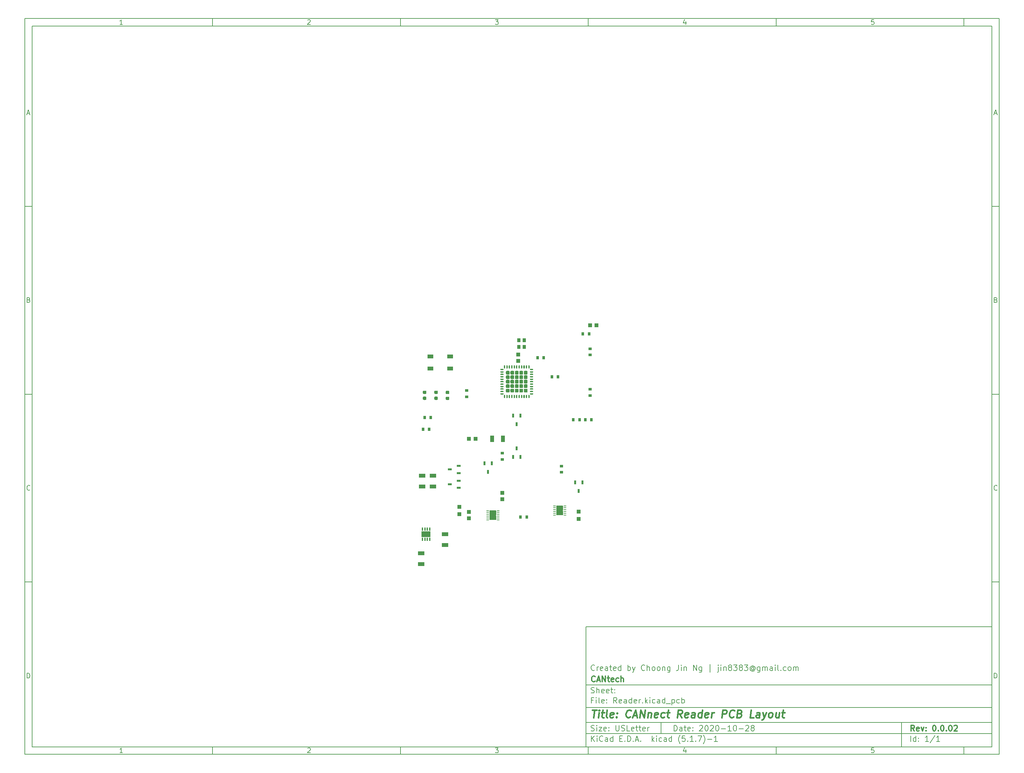
<source format=gbr>
%TF.GenerationSoftware,KiCad,Pcbnew,(5.1.7)-1*%
%TF.CreationDate,2020-10-28T09:36:55-07:00*%
%TF.ProjectId,Reader,52656164-6572-42e6-9b69-6361645f7063,0.0.02*%
%TF.SameCoordinates,Original*%
%TF.FileFunction,Paste,Top*%
%TF.FilePolarity,Positive*%
%FSLAX46Y46*%
G04 Gerber Fmt 4.6, Leading zero omitted, Abs format (unit mm)*
G04 Created by KiCad (PCBNEW (5.1.7)-1) date 2020-10-28 09:36:55*
%MOMM*%
%LPD*%
G01*
G04 APERTURE LIST*
%ADD10C,0.100000*%
%ADD11C,0.150000*%
%ADD12C,0.300000*%
%ADD13C,0.400000*%
%ADD14C,0.152400*%
%ADD15R,0.930000X0.790000*%
%ADD16R,1.680000X1.080000*%
%ADD17R,1.000000X1.100000*%
%ADD18R,1.100000X1.000000*%
%ADD19R,0.990600X1.003300*%
%ADD20R,1.000000X0.600000*%
%ADD21R,0.790000X0.930000*%
%ADD22R,0.600000X1.000000*%
%ADD23R,1.549400X0.990600*%
%ADD24R,0.900000X1.100000*%
%ADD25R,1.080000X1.680000*%
%ADD26R,0.757199X0.254800*%
%ADD27R,1.803400X2.590800*%
%ADD28R,0.305600X0.858799*%
%ADD29R,2.413000X1.600200*%
G04 APERTURE END LIST*
D10*
D11*
X159400000Y-171900000D02*
X159400000Y-203900000D01*
X267400000Y-203900000D01*
X267400000Y-171900000D01*
X159400000Y-171900000D01*
D10*
D11*
X10000000Y-10000000D02*
X10000000Y-205900000D01*
X269400000Y-205900000D01*
X269400000Y-10000000D01*
X10000000Y-10000000D01*
D10*
D11*
X12000000Y-12000000D02*
X12000000Y-203900000D01*
X267400000Y-203900000D01*
X267400000Y-12000000D01*
X12000000Y-12000000D01*
D10*
D11*
X60000000Y-12000000D02*
X60000000Y-10000000D01*
D10*
D11*
X110000000Y-12000000D02*
X110000000Y-10000000D01*
D10*
D11*
X160000000Y-12000000D02*
X160000000Y-10000000D01*
D10*
D11*
X210000000Y-12000000D02*
X210000000Y-10000000D01*
D10*
D11*
X260000000Y-12000000D02*
X260000000Y-10000000D01*
D10*
D11*
X36065476Y-11588095D02*
X35322619Y-11588095D01*
X35694047Y-11588095D02*
X35694047Y-10288095D01*
X35570238Y-10473809D01*
X35446428Y-10597619D01*
X35322619Y-10659523D01*
D10*
D11*
X85322619Y-10411904D02*
X85384523Y-10350000D01*
X85508333Y-10288095D01*
X85817857Y-10288095D01*
X85941666Y-10350000D01*
X86003571Y-10411904D01*
X86065476Y-10535714D01*
X86065476Y-10659523D01*
X86003571Y-10845238D01*
X85260714Y-11588095D01*
X86065476Y-11588095D01*
D10*
D11*
X135260714Y-10288095D02*
X136065476Y-10288095D01*
X135632142Y-10783333D01*
X135817857Y-10783333D01*
X135941666Y-10845238D01*
X136003571Y-10907142D01*
X136065476Y-11030952D01*
X136065476Y-11340476D01*
X136003571Y-11464285D01*
X135941666Y-11526190D01*
X135817857Y-11588095D01*
X135446428Y-11588095D01*
X135322619Y-11526190D01*
X135260714Y-11464285D01*
D10*
D11*
X185941666Y-10721428D02*
X185941666Y-11588095D01*
X185632142Y-10226190D02*
X185322619Y-11154761D01*
X186127380Y-11154761D01*
D10*
D11*
X236003571Y-10288095D02*
X235384523Y-10288095D01*
X235322619Y-10907142D01*
X235384523Y-10845238D01*
X235508333Y-10783333D01*
X235817857Y-10783333D01*
X235941666Y-10845238D01*
X236003571Y-10907142D01*
X236065476Y-11030952D01*
X236065476Y-11340476D01*
X236003571Y-11464285D01*
X235941666Y-11526190D01*
X235817857Y-11588095D01*
X235508333Y-11588095D01*
X235384523Y-11526190D01*
X235322619Y-11464285D01*
D10*
D11*
X60000000Y-203900000D02*
X60000000Y-205900000D01*
D10*
D11*
X110000000Y-203900000D02*
X110000000Y-205900000D01*
D10*
D11*
X160000000Y-203900000D02*
X160000000Y-205900000D01*
D10*
D11*
X210000000Y-203900000D02*
X210000000Y-205900000D01*
D10*
D11*
X260000000Y-203900000D02*
X260000000Y-205900000D01*
D10*
D11*
X36065476Y-205488095D02*
X35322619Y-205488095D01*
X35694047Y-205488095D02*
X35694047Y-204188095D01*
X35570238Y-204373809D01*
X35446428Y-204497619D01*
X35322619Y-204559523D01*
D10*
D11*
X85322619Y-204311904D02*
X85384523Y-204250000D01*
X85508333Y-204188095D01*
X85817857Y-204188095D01*
X85941666Y-204250000D01*
X86003571Y-204311904D01*
X86065476Y-204435714D01*
X86065476Y-204559523D01*
X86003571Y-204745238D01*
X85260714Y-205488095D01*
X86065476Y-205488095D01*
D10*
D11*
X135260714Y-204188095D02*
X136065476Y-204188095D01*
X135632142Y-204683333D01*
X135817857Y-204683333D01*
X135941666Y-204745238D01*
X136003571Y-204807142D01*
X136065476Y-204930952D01*
X136065476Y-205240476D01*
X136003571Y-205364285D01*
X135941666Y-205426190D01*
X135817857Y-205488095D01*
X135446428Y-205488095D01*
X135322619Y-205426190D01*
X135260714Y-205364285D01*
D10*
D11*
X185941666Y-204621428D02*
X185941666Y-205488095D01*
X185632142Y-204126190D02*
X185322619Y-205054761D01*
X186127380Y-205054761D01*
D10*
D11*
X236003571Y-204188095D02*
X235384523Y-204188095D01*
X235322619Y-204807142D01*
X235384523Y-204745238D01*
X235508333Y-204683333D01*
X235817857Y-204683333D01*
X235941666Y-204745238D01*
X236003571Y-204807142D01*
X236065476Y-204930952D01*
X236065476Y-205240476D01*
X236003571Y-205364285D01*
X235941666Y-205426190D01*
X235817857Y-205488095D01*
X235508333Y-205488095D01*
X235384523Y-205426190D01*
X235322619Y-205364285D01*
D10*
D11*
X10000000Y-60000000D02*
X12000000Y-60000000D01*
D10*
D11*
X10000000Y-110000000D02*
X12000000Y-110000000D01*
D10*
D11*
X10000000Y-160000000D02*
X12000000Y-160000000D01*
D10*
D11*
X10690476Y-35216666D02*
X11309523Y-35216666D01*
X10566666Y-35588095D02*
X11000000Y-34288095D01*
X11433333Y-35588095D01*
D10*
D11*
X11092857Y-84907142D02*
X11278571Y-84969047D01*
X11340476Y-85030952D01*
X11402380Y-85154761D01*
X11402380Y-85340476D01*
X11340476Y-85464285D01*
X11278571Y-85526190D01*
X11154761Y-85588095D01*
X10659523Y-85588095D01*
X10659523Y-84288095D01*
X11092857Y-84288095D01*
X11216666Y-84350000D01*
X11278571Y-84411904D01*
X11340476Y-84535714D01*
X11340476Y-84659523D01*
X11278571Y-84783333D01*
X11216666Y-84845238D01*
X11092857Y-84907142D01*
X10659523Y-84907142D01*
D10*
D11*
X11402380Y-135464285D02*
X11340476Y-135526190D01*
X11154761Y-135588095D01*
X11030952Y-135588095D01*
X10845238Y-135526190D01*
X10721428Y-135402380D01*
X10659523Y-135278571D01*
X10597619Y-135030952D01*
X10597619Y-134845238D01*
X10659523Y-134597619D01*
X10721428Y-134473809D01*
X10845238Y-134350000D01*
X11030952Y-134288095D01*
X11154761Y-134288095D01*
X11340476Y-134350000D01*
X11402380Y-134411904D01*
D10*
D11*
X10659523Y-185588095D02*
X10659523Y-184288095D01*
X10969047Y-184288095D01*
X11154761Y-184350000D01*
X11278571Y-184473809D01*
X11340476Y-184597619D01*
X11402380Y-184845238D01*
X11402380Y-185030952D01*
X11340476Y-185278571D01*
X11278571Y-185402380D01*
X11154761Y-185526190D01*
X10969047Y-185588095D01*
X10659523Y-185588095D01*
D10*
D11*
X269400000Y-60000000D02*
X267400000Y-60000000D01*
D10*
D11*
X269400000Y-110000000D02*
X267400000Y-110000000D01*
D10*
D11*
X269400000Y-160000000D02*
X267400000Y-160000000D01*
D10*
D11*
X268090476Y-35216666D02*
X268709523Y-35216666D01*
X267966666Y-35588095D02*
X268400000Y-34288095D01*
X268833333Y-35588095D01*
D10*
D11*
X268492857Y-84907142D02*
X268678571Y-84969047D01*
X268740476Y-85030952D01*
X268802380Y-85154761D01*
X268802380Y-85340476D01*
X268740476Y-85464285D01*
X268678571Y-85526190D01*
X268554761Y-85588095D01*
X268059523Y-85588095D01*
X268059523Y-84288095D01*
X268492857Y-84288095D01*
X268616666Y-84350000D01*
X268678571Y-84411904D01*
X268740476Y-84535714D01*
X268740476Y-84659523D01*
X268678571Y-84783333D01*
X268616666Y-84845238D01*
X268492857Y-84907142D01*
X268059523Y-84907142D01*
D10*
D11*
X268802380Y-135464285D02*
X268740476Y-135526190D01*
X268554761Y-135588095D01*
X268430952Y-135588095D01*
X268245238Y-135526190D01*
X268121428Y-135402380D01*
X268059523Y-135278571D01*
X267997619Y-135030952D01*
X267997619Y-134845238D01*
X268059523Y-134597619D01*
X268121428Y-134473809D01*
X268245238Y-134350000D01*
X268430952Y-134288095D01*
X268554761Y-134288095D01*
X268740476Y-134350000D01*
X268802380Y-134411904D01*
D10*
D11*
X268059523Y-185588095D02*
X268059523Y-184288095D01*
X268369047Y-184288095D01*
X268554761Y-184350000D01*
X268678571Y-184473809D01*
X268740476Y-184597619D01*
X268802380Y-184845238D01*
X268802380Y-185030952D01*
X268740476Y-185278571D01*
X268678571Y-185402380D01*
X268554761Y-185526190D01*
X268369047Y-185588095D01*
X268059523Y-185588095D01*
D10*
D11*
X182832142Y-199678571D02*
X182832142Y-198178571D01*
X183189285Y-198178571D01*
X183403571Y-198250000D01*
X183546428Y-198392857D01*
X183617857Y-198535714D01*
X183689285Y-198821428D01*
X183689285Y-199035714D01*
X183617857Y-199321428D01*
X183546428Y-199464285D01*
X183403571Y-199607142D01*
X183189285Y-199678571D01*
X182832142Y-199678571D01*
X184975000Y-199678571D02*
X184975000Y-198892857D01*
X184903571Y-198750000D01*
X184760714Y-198678571D01*
X184475000Y-198678571D01*
X184332142Y-198750000D01*
X184975000Y-199607142D02*
X184832142Y-199678571D01*
X184475000Y-199678571D01*
X184332142Y-199607142D01*
X184260714Y-199464285D01*
X184260714Y-199321428D01*
X184332142Y-199178571D01*
X184475000Y-199107142D01*
X184832142Y-199107142D01*
X184975000Y-199035714D01*
X185475000Y-198678571D02*
X186046428Y-198678571D01*
X185689285Y-198178571D02*
X185689285Y-199464285D01*
X185760714Y-199607142D01*
X185903571Y-199678571D01*
X186046428Y-199678571D01*
X187117857Y-199607142D02*
X186975000Y-199678571D01*
X186689285Y-199678571D01*
X186546428Y-199607142D01*
X186475000Y-199464285D01*
X186475000Y-198892857D01*
X186546428Y-198750000D01*
X186689285Y-198678571D01*
X186975000Y-198678571D01*
X187117857Y-198750000D01*
X187189285Y-198892857D01*
X187189285Y-199035714D01*
X186475000Y-199178571D01*
X187832142Y-199535714D02*
X187903571Y-199607142D01*
X187832142Y-199678571D01*
X187760714Y-199607142D01*
X187832142Y-199535714D01*
X187832142Y-199678571D01*
X187832142Y-198750000D02*
X187903571Y-198821428D01*
X187832142Y-198892857D01*
X187760714Y-198821428D01*
X187832142Y-198750000D01*
X187832142Y-198892857D01*
X189617857Y-198321428D02*
X189689285Y-198250000D01*
X189832142Y-198178571D01*
X190189285Y-198178571D01*
X190332142Y-198250000D01*
X190403571Y-198321428D01*
X190475000Y-198464285D01*
X190475000Y-198607142D01*
X190403571Y-198821428D01*
X189546428Y-199678571D01*
X190475000Y-199678571D01*
X191403571Y-198178571D02*
X191546428Y-198178571D01*
X191689285Y-198250000D01*
X191760714Y-198321428D01*
X191832142Y-198464285D01*
X191903571Y-198750000D01*
X191903571Y-199107142D01*
X191832142Y-199392857D01*
X191760714Y-199535714D01*
X191689285Y-199607142D01*
X191546428Y-199678571D01*
X191403571Y-199678571D01*
X191260714Y-199607142D01*
X191189285Y-199535714D01*
X191117857Y-199392857D01*
X191046428Y-199107142D01*
X191046428Y-198750000D01*
X191117857Y-198464285D01*
X191189285Y-198321428D01*
X191260714Y-198250000D01*
X191403571Y-198178571D01*
X192475000Y-198321428D02*
X192546428Y-198250000D01*
X192689285Y-198178571D01*
X193046428Y-198178571D01*
X193189285Y-198250000D01*
X193260714Y-198321428D01*
X193332142Y-198464285D01*
X193332142Y-198607142D01*
X193260714Y-198821428D01*
X192403571Y-199678571D01*
X193332142Y-199678571D01*
X194260714Y-198178571D02*
X194403571Y-198178571D01*
X194546428Y-198250000D01*
X194617857Y-198321428D01*
X194689285Y-198464285D01*
X194760714Y-198750000D01*
X194760714Y-199107142D01*
X194689285Y-199392857D01*
X194617857Y-199535714D01*
X194546428Y-199607142D01*
X194403571Y-199678571D01*
X194260714Y-199678571D01*
X194117857Y-199607142D01*
X194046428Y-199535714D01*
X193975000Y-199392857D01*
X193903571Y-199107142D01*
X193903571Y-198750000D01*
X193975000Y-198464285D01*
X194046428Y-198321428D01*
X194117857Y-198250000D01*
X194260714Y-198178571D01*
X195403571Y-199107142D02*
X196546428Y-199107142D01*
X198046428Y-199678571D02*
X197189285Y-199678571D01*
X197617857Y-199678571D02*
X197617857Y-198178571D01*
X197475000Y-198392857D01*
X197332142Y-198535714D01*
X197189285Y-198607142D01*
X198975000Y-198178571D02*
X199117857Y-198178571D01*
X199260714Y-198250000D01*
X199332142Y-198321428D01*
X199403571Y-198464285D01*
X199475000Y-198750000D01*
X199475000Y-199107142D01*
X199403571Y-199392857D01*
X199332142Y-199535714D01*
X199260714Y-199607142D01*
X199117857Y-199678571D01*
X198975000Y-199678571D01*
X198832142Y-199607142D01*
X198760714Y-199535714D01*
X198689285Y-199392857D01*
X198617857Y-199107142D01*
X198617857Y-198750000D01*
X198689285Y-198464285D01*
X198760714Y-198321428D01*
X198832142Y-198250000D01*
X198975000Y-198178571D01*
X200117857Y-199107142D02*
X201260714Y-199107142D01*
X201903571Y-198321428D02*
X201975000Y-198250000D01*
X202117857Y-198178571D01*
X202475000Y-198178571D01*
X202617857Y-198250000D01*
X202689285Y-198321428D01*
X202760714Y-198464285D01*
X202760714Y-198607142D01*
X202689285Y-198821428D01*
X201832142Y-199678571D01*
X202760714Y-199678571D01*
X203617857Y-198821428D02*
X203475000Y-198750000D01*
X203403571Y-198678571D01*
X203332142Y-198535714D01*
X203332142Y-198464285D01*
X203403571Y-198321428D01*
X203475000Y-198250000D01*
X203617857Y-198178571D01*
X203903571Y-198178571D01*
X204046428Y-198250000D01*
X204117857Y-198321428D01*
X204189285Y-198464285D01*
X204189285Y-198535714D01*
X204117857Y-198678571D01*
X204046428Y-198750000D01*
X203903571Y-198821428D01*
X203617857Y-198821428D01*
X203475000Y-198892857D01*
X203403571Y-198964285D01*
X203332142Y-199107142D01*
X203332142Y-199392857D01*
X203403571Y-199535714D01*
X203475000Y-199607142D01*
X203617857Y-199678571D01*
X203903571Y-199678571D01*
X204046428Y-199607142D01*
X204117857Y-199535714D01*
X204189285Y-199392857D01*
X204189285Y-199107142D01*
X204117857Y-198964285D01*
X204046428Y-198892857D01*
X203903571Y-198821428D01*
D10*
D11*
X159400000Y-200400000D02*
X267400000Y-200400000D01*
D10*
D11*
X160832142Y-202478571D02*
X160832142Y-200978571D01*
X161689285Y-202478571D02*
X161046428Y-201621428D01*
X161689285Y-200978571D02*
X160832142Y-201835714D01*
X162332142Y-202478571D02*
X162332142Y-201478571D01*
X162332142Y-200978571D02*
X162260714Y-201050000D01*
X162332142Y-201121428D01*
X162403571Y-201050000D01*
X162332142Y-200978571D01*
X162332142Y-201121428D01*
X163903571Y-202335714D02*
X163832142Y-202407142D01*
X163617857Y-202478571D01*
X163475000Y-202478571D01*
X163260714Y-202407142D01*
X163117857Y-202264285D01*
X163046428Y-202121428D01*
X162975000Y-201835714D01*
X162975000Y-201621428D01*
X163046428Y-201335714D01*
X163117857Y-201192857D01*
X163260714Y-201050000D01*
X163475000Y-200978571D01*
X163617857Y-200978571D01*
X163832142Y-201050000D01*
X163903571Y-201121428D01*
X165189285Y-202478571D02*
X165189285Y-201692857D01*
X165117857Y-201550000D01*
X164975000Y-201478571D01*
X164689285Y-201478571D01*
X164546428Y-201550000D01*
X165189285Y-202407142D02*
X165046428Y-202478571D01*
X164689285Y-202478571D01*
X164546428Y-202407142D01*
X164475000Y-202264285D01*
X164475000Y-202121428D01*
X164546428Y-201978571D01*
X164689285Y-201907142D01*
X165046428Y-201907142D01*
X165189285Y-201835714D01*
X166546428Y-202478571D02*
X166546428Y-200978571D01*
X166546428Y-202407142D02*
X166403571Y-202478571D01*
X166117857Y-202478571D01*
X165975000Y-202407142D01*
X165903571Y-202335714D01*
X165832142Y-202192857D01*
X165832142Y-201764285D01*
X165903571Y-201621428D01*
X165975000Y-201550000D01*
X166117857Y-201478571D01*
X166403571Y-201478571D01*
X166546428Y-201550000D01*
X168403571Y-201692857D02*
X168903571Y-201692857D01*
X169117857Y-202478571D02*
X168403571Y-202478571D01*
X168403571Y-200978571D01*
X169117857Y-200978571D01*
X169760714Y-202335714D02*
X169832142Y-202407142D01*
X169760714Y-202478571D01*
X169689285Y-202407142D01*
X169760714Y-202335714D01*
X169760714Y-202478571D01*
X170475000Y-202478571D02*
X170475000Y-200978571D01*
X170832142Y-200978571D01*
X171046428Y-201050000D01*
X171189285Y-201192857D01*
X171260714Y-201335714D01*
X171332142Y-201621428D01*
X171332142Y-201835714D01*
X171260714Y-202121428D01*
X171189285Y-202264285D01*
X171046428Y-202407142D01*
X170832142Y-202478571D01*
X170475000Y-202478571D01*
X171975000Y-202335714D02*
X172046428Y-202407142D01*
X171975000Y-202478571D01*
X171903571Y-202407142D01*
X171975000Y-202335714D01*
X171975000Y-202478571D01*
X172617857Y-202050000D02*
X173332142Y-202050000D01*
X172475000Y-202478571D02*
X172975000Y-200978571D01*
X173475000Y-202478571D01*
X173975000Y-202335714D02*
X174046428Y-202407142D01*
X173975000Y-202478571D01*
X173903571Y-202407142D01*
X173975000Y-202335714D01*
X173975000Y-202478571D01*
X176975000Y-202478571D02*
X176975000Y-200978571D01*
X177117857Y-201907142D02*
X177546428Y-202478571D01*
X177546428Y-201478571D02*
X176975000Y-202050000D01*
X178189285Y-202478571D02*
X178189285Y-201478571D01*
X178189285Y-200978571D02*
X178117857Y-201050000D01*
X178189285Y-201121428D01*
X178260714Y-201050000D01*
X178189285Y-200978571D01*
X178189285Y-201121428D01*
X179546428Y-202407142D02*
X179403571Y-202478571D01*
X179117857Y-202478571D01*
X178975000Y-202407142D01*
X178903571Y-202335714D01*
X178832142Y-202192857D01*
X178832142Y-201764285D01*
X178903571Y-201621428D01*
X178975000Y-201550000D01*
X179117857Y-201478571D01*
X179403571Y-201478571D01*
X179546428Y-201550000D01*
X180832142Y-202478571D02*
X180832142Y-201692857D01*
X180760714Y-201550000D01*
X180617857Y-201478571D01*
X180332142Y-201478571D01*
X180189285Y-201550000D01*
X180832142Y-202407142D02*
X180689285Y-202478571D01*
X180332142Y-202478571D01*
X180189285Y-202407142D01*
X180117857Y-202264285D01*
X180117857Y-202121428D01*
X180189285Y-201978571D01*
X180332142Y-201907142D01*
X180689285Y-201907142D01*
X180832142Y-201835714D01*
X182189285Y-202478571D02*
X182189285Y-200978571D01*
X182189285Y-202407142D02*
X182046428Y-202478571D01*
X181760714Y-202478571D01*
X181617857Y-202407142D01*
X181546428Y-202335714D01*
X181475000Y-202192857D01*
X181475000Y-201764285D01*
X181546428Y-201621428D01*
X181617857Y-201550000D01*
X181760714Y-201478571D01*
X182046428Y-201478571D01*
X182189285Y-201550000D01*
X184475000Y-203050000D02*
X184403571Y-202978571D01*
X184260714Y-202764285D01*
X184189285Y-202621428D01*
X184117857Y-202407142D01*
X184046428Y-202050000D01*
X184046428Y-201764285D01*
X184117857Y-201407142D01*
X184189285Y-201192857D01*
X184260714Y-201050000D01*
X184403571Y-200835714D01*
X184475000Y-200764285D01*
X185760714Y-200978571D02*
X185046428Y-200978571D01*
X184975000Y-201692857D01*
X185046428Y-201621428D01*
X185189285Y-201550000D01*
X185546428Y-201550000D01*
X185689285Y-201621428D01*
X185760714Y-201692857D01*
X185832142Y-201835714D01*
X185832142Y-202192857D01*
X185760714Y-202335714D01*
X185689285Y-202407142D01*
X185546428Y-202478571D01*
X185189285Y-202478571D01*
X185046428Y-202407142D01*
X184975000Y-202335714D01*
X186475000Y-202335714D02*
X186546428Y-202407142D01*
X186475000Y-202478571D01*
X186403571Y-202407142D01*
X186475000Y-202335714D01*
X186475000Y-202478571D01*
X187975000Y-202478571D02*
X187117857Y-202478571D01*
X187546428Y-202478571D02*
X187546428Y-200978571D01*
X187403571Y-201192857D01*
X187260714Y-201335714D01*
X187117857Y-201407142D01*
X188617857Y-202335714D02*
X188689285Y-202407142D01*
X188617857Y-202478571D01*
X188546428Y-202407142D01*
X188617857Y-202335714D01*
X188617857Y-202478571D01*
X189189285Y-200978571D02*
X190189285Y-200978571D01*
X189546428Y-202478571D01*
X190617857Y-203050000D02*
X190689285Y-202978571D01*
X190832142Y-202764285D01*
X190903571Y-202621428D01*
X190975000Y-202407142D01*
X191046428Y-202050000D01*
X191046428Y-201764285D01*
X190975000Y-201407142D01*
X190903571Y-201192857D01*
X190832142Y-201050000D01*
X190689285Y-200835714D01*
X190617857Y-200764285D01*
X191760714Y-201907142D02*
X192903571Y-201907142D01*
X194403571Y-202478571D02*
X193546428Y-202478571D01*
X193975000Y-202478571D02*
X193975000Y-200978571D01*
X193832142Y-201192857D01*
X193689285Y-201335714D01*
X193546428Y-201407142D01*
D10*
D11*
X159400000Y-197400000D02*
X267400000Y-197400000D01*
D10*
D12*
X246809285Y-199678571D02*
X246309285Y-198964285D01*
X245952142Y-199678571D02*
X245952142Y-198178571D01*
X246523571Y-198178571D01*
X246666428Y-198250000D01*
X246737857Y-198321428D01*
X246809285Y-198464285D01*
X246809285Y-198678571D01*
X246737857Y-198821428D01*
X246666428Y-198892857D01*
X246523571Y-198964285D01*
X245952142Y-198964285D01*
X248023571Y-199607142D02*
X247880714Y-199678571D01*
X247595000Y-199678571D01*
X247452142Y-199607142D01*
X247380714Y-199464285D01*
X247380714Y-198892857D01*
X247452142Y-198750000D01*
X247595000Y-198678571D01*
X247880714Y-198678571D01*
X248023571Y-198750000D01*
X248095000Y-198892857D01*
X248095000Y-199035714D01*
X247380714Y-199178571D01*
X248595000Y-198678571D02*
X248952142Y-199678571D01*
X249309285Y-198678571D01*
X249880714Y-199535714D02*
X249952142Y-199607142D01*
X249880714Y-199678571D01*
X249809285Y-199607142D01*
X249880714Y-199535714D01*
X249880714Y-199678571D01*
X249880714Y-198750000D02*
X249952142Y-198821428D01*
X249880714Y-198892857D01*
X249809285Y-198821428D01*
X249880714Y-198750000D01*
X249880714Y-198892857D01*
X252023571Y-198178571D02*
X252166428Y-198178571D01*
X252309285Y-198250000D01*
X252380714Y-198321428D01*
X252452142Y-198464285D01*
X252523571Y-198750000D01*
X252523571Y-199107142D01*
X252452142Y-199392857D01*
X252380714Y-199535714D01*
X252309285Y-199607142D01*
X252166428Y-199678571D01*
X252023571Y-199678571D01*
X251880714Y-199607142D01*
X251809285Y-199535714D01*
X251737857Y-199392857D01*
X251666428Y-199107142D01*
X251666428Y-198750000D01*
X251737857Y-198464285D01*
X251809285Y-198321428D01*
X251880714Y-198250000D01*
X252023571Y-198178571D01*
X253166428Y-199535714D02*
X253237857Y-199607142D01*
X253166428Y-199678571D01*
X253095000Y-199607142D01*
X253166428Y-199535714D01*
X253166428Y-199678571D01*
X254166428Y-198178571D02*
X254309285Y-198178571D01*
X254452142Y-198250000D01*
X254523571Y-198321428D01*
X254595000Y-198464285D01*
X254666428Y-198750000D01*
X254666428Y-199107142D01*
X254595000Y-199392857D01*
X254523571Y-199535714D01*
X254452142Y-199607142D01*
X254309285Y-199678571D01*
X254166428Y-199678571D01*
X254023571Y-199607142D01*
X253952142Y-199535714D01*
X253880714Y-199392857D01*
X253809285Y-199107142D01*
X253809285Y-198750000D01*
X253880714Y-198464285D01*
X253952142Y-198321428D01*
X254023571Y-198250000D01*
X254166428Y-198178571D01*
X255309285Y-199535714D02*
X255380714Y-199607142D01*
X255309285Y-199678571D01*
X255237857Y-199607142D01*
X255309285Y-199535714D01*
X255309285Y-199678571D01*
X256309285Y-198178571D02*
X256452142Y-198178571D01*
X256595000Y-198250000D01*
X256666428Y-198321428D01*
X256737857Y-198464285D01*
X256809285Y-198750000D01*
X256809285Y-199107142D01*
X256737857Y-199392857D01*
X256666428Y-199535714D01*
X256595000Y-199607142D01*
X256452142Y-199678571D01*
X256309285Y-199678571D01*
X256166428Y-199607142D01*
X256095000Y-199535714D01*
X256023571Y-199392857D01*
X255952142Y-199107142D01*
X255952142Y-198750000D01*
X256023571Y-198464285D01*
X256095000Y-198321428D01*
X256166428Y-198250000D01*
X256309285Y-198178571D01*
X257380714Y-198321428D02*
X257452142Y-198250000D01*
X257595000Y-198178571D01*
X257952142Y-198178571D01*
X258095000Y-198250000D01*
X258166428Y-198321428D01*
X258237857Y-198464285D01*
X258237857Y-198607142D01*
X258166428Y-198821428D01*
X257309285Y-199678571D01*
X258237857Y-199678571D01*
D10*
D11*
X160760714Y-199607142D02*
X160975000Y-199678571D01*
X161332142Y-199678571D01*
X161475000Y-199607142D01*
X161546428Y-199535714D01*
X161617857Y-199392857D01*
X161617857Y-199250000D01*
X161546428Y-199107142D01*
X161475000Y-199035714D01*
X161332142Y-198964285D01*
X161046428Y-198892857D01*
X160903571Y-198821428D01*
X160832142Y-198750000D01*
X160760714Y-198607142D01*
X160760714Y-198464285D01*
X160832142Y-198321428D01*
X160903571Y-198250000D01*
X161046428Y-198178571D01*
X161403571Y-198178571D01*
X161617857Y-198250000D01*
X162260714Y-199678571D02*
X162260714Y-198678571D01*
X162260714Y-198178571D02*
X162189285Y-198250000D01*
X162260714Y-198321428D01*
X162332142Y-198250000D01*
X162260714Y-198178571D01*
X162260714Y-198321428D01*
X162832142Y-198678571D02*
X163617857Y-198678571D01*
X162832142Y-199678571D01*
X163617857Y-199678571D01*
X164760714Y-199607142D02*
X164617857Y-199678571D01*
X164332142Y-199678571D01*
X164189285Y-199607142D01*
X164117857Y-199464285D01*
X164117857Y-198892857D01*
X164189285Y-198750000D01*
X164332142Y-198678571D01*
X164617857Y-198678571D01*
X164760714Y-198750000D01*
X164832142Y-198892857D01*
X164832142Y-199035714D01*
X164117857Y-199178571D01*
X165475000Y-199535714D02*
X165546428Y-199607142D01*
X165475000Y-199678571D01*
X165403571Y-199607142D01*
X165475000Y-199535714D01*
X165475000Y-199678571D01*
X165475000Y-198750000D02*
X165546428Y-198821428D01*
X165475000Y-198892857D01*
X165403571Y-198821428D01*
X165475000Y-198750000D01*
X165475000Y-198892857D01*
X167332142Y-198178571D02*
X167332142Y-199392857D01*
X167403571Y-199535714D01*
X167475000Y-199607142D01*
X167617857Y-199678571D01*
X167903571Y-199678571D01*
X168046428Y-199607142D01*
X168117857Y-199535714D01*
X168189285Y-199392857D01*
X168189285Y-198178571D01*
X168832142Y-199607142D02*
X169046428Y-199678571D01*
X169403571Y-199678571D01*
X169546428Y-199607142D01*
X169617857Y-199535714D01*
X169689285Y-199392857D01*
X169689285Y-199250000D01*
X169617857Y-199107142D01*
X169546428Y-199035714D01*
X169403571Y-198964285D01*
X169117857Y-198892857D01*
X168975000Y-198821428D01*
X168903571Y-198750000D01*
X168832142Y-198607142D01*
X168832142Y-198464285D01*
X168903571Y-198321428D01*
X168975000Y-198250000D01*
X169117857Y-198178571D01*
X169475000Y-198178571D01*
X169689285Y-198250000D01*
X171046428Y-199678571D02*
X170332142Y-199678571D01*
X170332142Y-198178571D01*
X172117857Y-199607142D02*
X171975000Y-199678571D01*
X171689285Y-199678571D01*
X171546428Y-199607142D01*
X171475000Y-199464285D01*
X171475000Y-198892857D01*
X171546428Y-198750000D01*
X171689285Y-198678571D01*
X171975000Y-198678571D01*
X172117857Y-198750000D01*
X172189285Y-198892857D01*
X172189285Y-199035714D01*
X171475000Y-199178571D01*
X172617857Y-198678571D02*
X173189285Y-198678571D01*
X172832142Y-198178571D02*
X172832142Y-199464285D01*
X172903571Y-199607142D01*
X173046428Y-199678571D01*
X173189285Y-199678571D01*
X173475000Y-198678571D02*
X174046428Y-198678571D01*
X173689285Y-198178571D02*
X173689285Y-199464285D01*
X173760714Y-199607142D01*
X173903571Y-199678571D01*
X174046428Y-199678571D01*
X175117857Y-199607142D02*
X174975000Y-199678571D01*
X174689285Y-199678571D01*
X174546428Y-199607142D01*
X174475000Y-199464285D01*
X174475000Y-198892857D01*
X174546428Y-198750000D01*
X174689285Y-198678571D01*
X174975000Y-198678571D01*
X175117857Y-198750000D01*
X175189285Y-198892857D01*
X175189285Y-199035714D01*
X174475000Y-199178571D01*
X175832142Y-199678571D02*
X175832142Y-198678571D01*
X175832142Y-198964285D02*
X175903571Y-198821428D01*
X175975000Y-198750000D01*
X176117857Y-198678571D01*
X176260714Y-198678571D01*
D10*
D11*
X245832142Y-202478571D02*
X245832142Y-200978571D01*
X247189285Y-202478571D02*
X247189285Y-200978571D01*
X247189285Y-202407142D02*
X247046428Y-202478571D01*
X246760714Y-202478571D01*
X246617857Y-202407142D01*
X246546428Y-202335714D01*
X246475000Y-202192857D01*
X246475000Y-201764285D01*
X246546428Y-201621428D01*
X246617857Y-201550000D01*
X246760714Y-201478571D01*
X247046428Y-201478571D01*
X247189285Y-201550000D01*
X247903571Y-202335714D02*
X247975000Y-202407142D01*
X247903571Y-202478571D01*
X247832142Y-202407142D01*
X247903571Y-202335714D01*
X247903571Y-202478571D01*
X247903571Y-201550000D02*
X247975000Y-201621428D01*
X247903571Y-201692857D01*
X247832142Y-201621428D01*
X247903571Y-201550000D01*
X247903571Y-201692857D01*
X250546428Y-202478571D02*
X249689285Y-202478571D01*
X250117857Y-202478571D02*
X250117857Y-200978571D01*
X249975000Y-201192857D01*
X249832142Y-201335714D01*
X249689285Y-201407142D01*
X252260714Y-200907142D02*
X250975000Y-202835714D01*
X253546428Y-202478571D02*
X252689285Y-202478571D01*
X253117857Y-202478571D02*
X253117857Y-200978571D01*
X252975000Y-201192857D01*
X252832142Y-201335714D01*
X252689285Y-201407142D01*
D10*
D11*
X159400000Y-193400000D02*
X267400000Y-193400000D01*
D10*
D13*
X161112380Y-194104761D02*
X162255238Y-194104761D01*
X161433809Y-196104761D02*
X161683809Y-194104761D01*
X162671904Y-196104761D02*
X162838571Y-194771428D01*
X162921904Y-194104761D02*
X162814761Y-194200000D01*
X162898095Y-194295238D01*
X163005238Y-194200000D01*
X162921904Y-194104761D01*
X162898095Y-194295238D01*
X163505238Y-194771428D02*
X164267142Y-194771428D01*
X163874285Y-194104761D02*
X163660000Y-195819047D01*
X163731428Y-196009523D01*
X163910000Y-196104761D01*
X164100476Y-196104761D01*
X165052857Y-196104761D02*
X164874285Y-196009523D01*
X164802857Y-195819047D01*
X165017142Y-194104761D01*
X166588571Y-196009523D02*
X166386190Y-196104761D01*
X166005238Y-196104761D01*
X165826666Y-196009523D01*
X165755238Y-195819047D01*
X165850476Y-195057142D01*
X165969523Y-194866666D01*
X166171904Y-194771428D01*
X166552857Y-194771428D01*
X166731428Y-194866666D01*
X166802857Y-195057142D01*
X166779047Y-195247619D01*
X165802857Y-195438095D01*
X167552857Y-195914285D02*
X167636190Y-196009523D01*
X167529047Y-196104761D01*
X167445714Y-196009523D01*
X167552857Y-195914285D01*
X167529047Y-196104761D01*
X167683809Y-194866666D02*
X167767142Y-194961904D01*
X167660000Y-195057142D01*
X167576666Y-194961904D01*
X167683809Y-194866666D01*
X167660000Y-195057142D01*
X171171904Y-195914285D02*
X171064761Y-196009523D01*
X170767142Y-196104761D01*
X170576666Y-196104761D01*
X170302857Y-196009523D01*
X170136190Y-195819047D01*
X170064761Y-195628571D01*
X170017142Y-195247619D01*
X170052857Y-194961904D01*
X170195714Y-194580952D01*
X170314761Y-194390476D01*
X170529047Y-194200000D01*
X170826666Y-194104761D01*
X171017142Y-194104761D01*
X171290952Y-194200000D01*
X171374285Y-194295238D01*
X171981428Y-195533333D02*
X172933809Y-195533333D01*
X171719523Y-196104761D02*
X172636190Y-194104761D01*
X173052857Y-196104761D01*
X173719523Y-196104761D02*
X173969523Y-194104761D01*
X174862380Y-196104761D01*
X175112380Y-194104761D01*
X175981428Y-194771428D02*
X175814761Y-196104761D01*
X175957619Y-194961904D02*
X176064761Y-194866666D01*
X176267142Y-194771428D01*
X176552857Y-194771428D01*
X176731428Y-194866666D01*
X176802857Y-195057142D01*
X176671904Y-196104761D01*
X178398095Y-196009523D02*
X178195714Y-196104761D01*
X177814761Y-196104761D01*
X177636190Y-196009523D01*
X177564761Y-195819047D01*
X177660000Y-195057142D01*
X177779047Y-194866666D01*
X177981428Y-194771428D01*
X178362380Y-194771428D01*
X178540952Y-194866666D01*
X178612380Y-195057142D01*
X178588571Y-195247619D01*
X177612380Y-195438095D01*
X180207619Y-196009523D02*
X180005238Y-196104761D01*
X179624285Y-196104761D01*
X179445714Y-196009523D01*
X179362380Y-195914285D01*
X179290952Y-195723809D01*
X179362380Y-195152380D01*
X179481428Y-194961904D01*
X179588571Y-194866666D01*
X179790952Y-194771428D01*
X180171904Y-194771428D01*
X180350476Y-194866666D01*
X180933809Y-194771428D02*
X181695714Y-194771428D01*
X181302857Y-194104761D02*
X181088571Y-195819047D01*
X181160000Y-196009523D01*
X181338571Y-196104761D01*
X181529047Y-196104761D01*
X184862380Y-196104761D02*
X184314761Y-195152380D01*
X183719523Y-196104761D02*
X183969523Y-194104761D01*
X184731428Y-194104761D01*
X184910000Y-194200000D01*
X184993333Y-194295238D01*
X185064761Y-194485714D01*
X185029047Y-194771428D01*
X184910000Y-194961904D01*
X184802857Y-195057142D01*
X184600476Y-195152380D01*
X183838571Y-195152380D01*
X186493333Y-196009523D02*
X186290952Y-196104761D01*
X185910000Y-196104761D01*
X185731428Y-196009523D01*
X185660000Y-195819047D01*
X185755238Y-195057142D01*
X185874285Y-194866666D01*
X186076666Y-194771428D01*
X186457619Y-194771428D01*
X186636190Y-194866666D01*
X186707619Y-195057142D01*
X186683809Y-195247619D01*
X185707619Y-195438095D01*
X188290952Y-196104761D02*
X188421904Y-195057142D01*
X188350476Y-194866666D01*
X188171904Y-194771428D01*
X187790952Y-194771428D01*
X187588571Y-194866666D01*
X188302857Y-196009523D02*
X188100476Y-196104761D01*
X187624285Y-196104761D01*
X187445714Y-196009523D01*
X187374285Y-195819047D01*
X187398095Y-195628571D01*
X187517142Y-195438095D01*
X187719523Y-195342857D01*
X188195714Y-195342857D01*
X188398095Y-195247619D01*
X190100476Y-196104761D02*
X190350476Y-194104761D01*
X190112380Y-196009523D02*
X189910000Y-196104761D01*
X189529047Y-196104761D01*
X189350476Y-196009523D01*
X189267142Y-195914285D01*
X189195714Y-195723809D01*
X189267142Y-195152380D01*
X189386190Y-194961904D01*
X189493333Y-194866666D01*
X189695714Y-194771428D01*
X190076666Y-194771428D01*
X190255238Y-194866666D01*
X191826666Y-196009523D02*
X191624285Y-196104761D01*
X191243333Y-196104761D01*
X191064761Y-196009523D01*
X190993333Y-195819047D01*
X191088571Y-195057142D01*
X191207619Y-194866666D01*
X191410000Y-194771428D01*
X191790952Y-194771428D01*
X191969523Y-194866666D01*
X192040952Y-195057142D01*
X192017142Y-195247619D01*
X191040952Y-195438095D01*
X192767142Y-196104761D02*
X192933809Y-194771428D01*
X192886190Y-195152380D02*
X193005238Y-194961904D01*
X193112380Y-194866666D01*
X193314761Y-194771428D01*
X193505238Y-194771428D01*
X195529047Y-196104761D02*
X195779047Y-194104761D01*
X196540952Y-194104761D01*
X196719523Y-194200000D01*
X196802857Y-194295238D01*
X196874285Y-194485714D01*
X196838571Y-194771428D01*
X196719523Y-194961904D01*
X196612380Y-195057142D01*
X196410000Y-195152380D01*
X195648095Y-195152380D01*
X198695714Y-195914285D02*
X198588571Y-196009523D01*
X198290952Y-196104761D01*
X198100476Y-196104761D01*
X197826666Y-196009523D01*
X197660000Y-195819047D01*
X197588571Y-195628571D01*
X197540952Y-195247619D01*
X197576666Y-194961904D01*
X197719523Y-194580952D01*
X197838571Y-194390476D01*
X198052857Y-194200000D01*
X198350476Y-194104761D01*
X198540952Y-194104761D01*
X198814761Y-194200000D01*
X198898095Y-194295238D01*
X200326666Y-195057142D02*
X200600476Y-195152380D01*
X200683809Y-195247619D01*
X200755238Y-195438095D01*
X200719523Y-195723809D01*
X200600476Y-195914285D01*
X200493333Y-196009523D01*
X200290952Y-196104761D01*
X199529047Y-196104761D01*
X199779047Y-194104761D01*
X200445714Y-194104761D01*
X200624285Y-194200000D01*
X200707619Y-194295238D01*
X200779047Y-194485714D01*
X200755238Y-194676190D01*
X200636190Y-194866666D01*
X200529047Y-194961904D01*
X200326666Y-195057142D01*
X199660000Y-195057142D01*
X204005238Y-196104761D02*
X203052857Y-196104761D01*
X203302857Y-194104761D01*
X205529047Y-196104761D02*
X205660000Y-195057142D01*
X205588571Y-194866666D01*
X205410000Y-194771428D01*
X205029047Y-194771428D01*
X204826666Y-194866666D01*
X205540952Y-196009523D02*
X205338571Y-196104761D01*
X204862380Y-196104761D01*
X204683809Y-196009523D01*
X204612380Y-195819047D01*
X204636190Y-195628571D01*
X204755238Y-195438095D01*
X204957619Y-195342857D01*
X205433809Y-195342857D01*
X205636190Y-195247619D01*
X206457619Y-194771428D02*
X206767142Y-196104761D01*
X207410000Y-194771428D02*
X206767142Y-196104761D01*
X206517142Y-196580952D01*
X206410000Y-196676190D01*
X206207619Y-196771428D01*
X208290952Y-196104761D02*
X208112380Y-196009523D01*
X208029047Y-195914285D01*
X207957619Y-195723809D01*
X208029047Y-195152380D01*
X208148095Y-194961904D01*
X208255238Y-194866666D01*
X208457619Y-194771428D01*
X208743333Y-194771428D01*
X208921904Y-194866666D01*
X209005238Y-194961904D01*
X209076666Y-195152380D01*
X209005238Y-195723809D01*
X208886190Y-195914285D01*
X208779047Y-196009523D01*
X208576666Y-196104761D01*
X208290952Y-196104761D01*
X210838571Y-194771428D02*
X210671904Y-196104761D01*
X209981428Y-194771428D02*
X209850476Y-195819047D01*
X209921904Y-196009523D01*
X210100476Y-196104761D01*
X210386190Y-196104761D01*
X210588571Y-196009523D01*
X210695714Y-195914285D01*
X211505238Y-194771428D02*
X212267142Y-194771428D01*
X211874285Y-194104761D02*
X211659999Y-195819047D01*
X211731428Y-196009523D01*
X211909999Y-196104761D01*
X212100476Y-196104761D01*
D10*
D11*
X161332142Y-191492857D02*
X160832142Y-191492857D01*
X160832142Y-192278571D02*
X160832142Y-190778571D01*
X161546428Y-190778571D01*
X162117857Y-192278571D02*
X162117857Y-191278571D01*
X162117857Y-190778571D02*
X162046428Y-190850000D01*
X162117857Y-190921428D01*
X162189285Y-190850000D01*
X162117857Y-190778571D01*
X162117857Y-190921428D01*
X163046428Y-192278571D02*
X162903571Y-192207142D01*
X162832142Y-192064285D01*
X162832142Y-190778571D01*
X164189285Y-192207142D02*
X164046428Y-192278571D01*
X163760714Y-192278571D01*
X163617857Y-192207142D01*
X163546428Y-192064285D01*
X163546428Y-191492857D01*
X163617857Y-191350000D01*
X163760714Y-191278571D01*
X164046428Y-191278571D01*
X164189285Y-191350000D01*
X164260714Y-191492857D01*
X164260714Y-191635714D01*
X163546428Y-191778571D01*
X164903571Y-192135714D02*
X164975000Y-192207142D01*
X164903571Y-192278571D01*
X164832142Y-192207142D01*
X164903571Y-192135714D01*
X164903571Y-192278571D01*
X164903571Y-191350000D02*
X164975000Y-191421428D01*
X164903571Y-191492857D01*
X164832142Y-191421428D01*
X164903571Y-191350000D01*
X164903571Y-191492857D01*
X167617857Y-192278571D02*
X167117857Y-191564285D01*
X166760714Y-192278571D02*
X166760714Y-190778571D01*
X167332142Y-190778571D01*
X167475000Y-190850000D01*
X167546428Y-190921428D01*
X167617857Y-191064285D01*
X167617857Y-191278571D01*
X167546428Y-191421428D01*
X167475000Y-191492857D01*
X167332142Y-191564285D01*
X166760714Y-191564285D01*
X168832142Y-192207142D02*
X168689285Y-192278571D01*
X168403571Y-192278571D01*
X168260714Y-192207142D01*
X168189285Y-192064285D01*
X168189285Y-191492857D01*
X168260714Y-191350000D01*
X168403571Y-191278571D01*
X168689285Y-191278571D01*
X168832142Y-191350000D01*
X168903571Y-191492857D01*
X168903571Y-191635714D01*
X168189285Y-191778571D01*
X170189285Y-192278571D02*
X170189285Y-191492857D01*
X170117857Y-191350000D01*
X169975000Y-191278571D01*
X169689285Y-191278571D01*
X169546428Y-191350000D01*
X170189285Y-192207142D02*
X170046428Y-192278571D01*
X169689285Y-192278571D01*
X169546428Y-192207142D01*
X169475000Y-192064285D01*
X169475000Y-191921428D01*
X169546428Y-191778571D01*
X169689285Y-191707142D01*
X170046428Y-191707142D01*
X170189285Y-191635714D01*
X171546428Y-192278571D02*
X171546428Y-190778571D01*
X171546428Y-192207142D02*
X171403571Y-192278571D01*
X171117857Y-192278571D01*
X170975000Y-192207142D01*
X170903571Y-192135714D01*
X170832142Y-191992857D01*
X170832142Y-191564285D01*
X170903571Y-191421428D01*
X170975000Y-191350000D01*
X171117857Y-191278571D01*
X171403571Y-191278571D01*
X171546428Y-191350000D01*
X172832142Y-192207142D02*
X172689285Y-192278571D01*
X172403571Y-192278571D01*
X172260714Y-192207142D01*
X172189285Y-192064285D01*
X172189285Y-191492857D01*
X172260714Y-191350000D01*
X172403571Y-191278571D01*
X172689285Y-191278571D01*
X172832142Y-191350000D01*
X172903571Y-191492857D01*
X172903571Y-191635714D01*
X172189285Y-191778571D01*
X173546428Y-192278571D02*
X173546428Y-191278571D01*
X173546428Y-191564285D02*
X173617857Y-191421428D01*
X173689285Y-191350000D01*
X173832142Y-191278571D01*
X173975000Y-191278571D01*
X174475000Y-192135714D02*
X174546428Y-192207142D01*
X174475000Y-192278571D01*
X174403571Y-192207142D01*
X174475000Y-192135714D01*
X174475000Y-192278571D01*
X175189285Y-192278571D02*
X175189285Y-190778571D01*
X175332142Y-191707142D02*
X175760714Y-192278571D01*
X175760714Y-191278571D02*
X175189285Y-191850000D01*
X176403571Y-192278571D02*
X176403571Y-191278571D01*
X176403571Y-190778571D02*
X176332142Y-190850000D01*
X176403571Y-190921428D01*
X176475000Y-190850000D01*
X176403571Y-190778571D01*
X176403571Y-190921428D01*
X177760714Y-192207142D02*
X177617857Y-192278571D01*
X177332142Y-192278571D01*
X177189285Y-192207142D01*
X177117857Y-192135714D01*
X177046428Y-191992857D01*
X177046428Y-191564285D01*
X177117857Y-191421428D01*
X177189285Y-191350000D01*
X177332142Y-191278571D01*
X177617857Y-191278571D01*
X177760714Y-191350000D01*
X179046428Y-192278571D02*
X179046428Y-191492857D01*
X178975000Y-191350000D01*
X178832142Y-191278571D01*
X178546428Y-191278571D01*
X178403571Y-191350000D01*
X179046428Y-192207142D02*
X178903571Y-192278571D01*
X178546428Y-192278571D01*
X178403571Y-192207142D01*
X178332142Y-192064285D01*
X178332142Y-191921428D01*
X178403571Y-191778571D01*
X178546428Y-191707142D01*
X178903571Y-191707142D01*
X179046428Y-191635714D01*
X180403571Y-192278571D02*
X180403571Y-190778571D01*
X180403571Y-192207142D02*
X180260714Y-192278571D01*
X179975000Y-192278571D01*
X179832142Y-192207142D01*
X179760714Y-192135714D01*
X179689285Y-191992857D01*
X179689285Y-191564285D01*
X179760714Y-191421428D01*
X179832142Y-191350000D01*
X179975000Y-191278571D01*
X180260714Y-191278571D01*
X180403571Y-191350000D01*
X180760714Y-192421428D02*
X181903571Y-192421428D01*
X182260714Y-191278571D02*
X182260714Y-192778571D01*
X182260714Y-191350000D02*
X182403571Y-191278571D01*
X182689285Y-191278571D01*
X182832142Y-191350000D01*
X182903571Y-191421428D01*
X182975000Y-191564285D01*
X182975000Y-191992857D01*
X182903571Y-192135714D01*
X182832142Y-192207142D01*
X182689285Y-192278571D01*
X182403571Y-192278571D01*
X182260714Y-192207142D01*
X184260714Y-192207142D02*
X184117857Y-192278571D01*
X183832142Y-192278571D01*
X183689285Y-192207142D01*
X183617857Y-192135714D01*
X183546428Y-191992857D01*
X183546428Y-191564285D01*
X183617857Y-191421428D01*
X183689285Y-191350000D01*
X183832142Y-191278571D01*
X184117857Y-191278571D01*
X184260714Y-191350000D01*
X184903571Y-192278571D02*
X184903571Y-190778571D01*
X184903571Y-191350000D02*
X185046428Y-191278571D01*
X185332142Y-191278571D01*
X185475000Y-191350000D01*
X185546428Y-191421428D01*
X185617857Y-191564285D01*
X185617857Y-191992857D01*
X185546428Y-192135714D01*
X185475000Y-192207142D01*
X185332142Y-192278571D01*
X185046428Y-192278571D01*
X184903571Y-192207142D01*
D10*
D11*
X159400000Y-187400000D02*
X267400000Y-187400000D01*
D10*
D11*
X160760714Y-189507142D02*
X160975000Y-189578571D01*
X161332142Y-189578571D01*
X161475000Y-189507142D01*
X161546428Y-189435714D01*
X161617857Y-189292857D01*
X161617857Y-189150000D01*
X161546428Y-189007142D01*
X161475000Y-188935714D01*
X161332142Y-188864285D01*
X161046428Y-188792857D01*
X160903571Y-188721428D01*
X160832142Y-188650000D01*
X160760714Y-188507142D01*
X160760714Y-188364285D01*
X160832142Y-188221428D01*
X160903571Y-188150000D01*
X161046428Y-188078571D01*
X161403571Y-188078571D01*
X161617857Y-188150000D01*
X162260714Y-189578571D02*
X162260714Y-188078571D01*
X162903571Y-189578571D02*
X162903571Y-188792857D01*
X162832142Y-188650000D01*
X162689285Y-188578571D01*
X162475000Y-188578571D01*
X162332142Y-188650000D01*
X162260714Y-188721428D01*
X164189285Y-189507142D02*
X164046428Y-189578571D01*
X163760714Y-189578571D01*
X163617857Y-189507142D01*
X163546428Y-189364285D01*
X163546428Y-188792857D01*
X163617857Y-188650000D01*
X163760714Y-188578571D01*
X164046428Y-188578571D01*
X164189285Y-188650000D01*
X164260714Y-188792857D01*
X164260714Y-188935714D01*
X163546428Y-189078571D01*
X165475000Y-189507142D02*
X165332142Y-189578571D01*
X165046428Y-189578571D01*
X164903571Y-189507142D01*
X164832142Y-189364285D01*
X164832142Y-188792857D01*
X164903571Y-188650000D01*
X165046428Y-188578571D01*
X165332142Y-188578571D01*
X165475000Y-188650000D01*
X165546428Y-188792857D01*
X165546428Y-188935714D01*
X164832142Y-189078571D01*
X165975000Y-188578571D02*
X166546428Y-188578571D01*
X166189285Y-188078571D02*
X166189285Y-189364285D01*
X166260714Y-189507142D01*
X166403571Y-189578571D01*
X166546428Y-189578571D01*
X167046428Y-189435714D02*
X167117857Y-189507142D01*
X167046428Y-189578571D01*
X166975000Y-189507142D01*
X167046428Y-189435714D01*
X167046428Y-189578571D01*
X167046428Y-188650000D02*
X167117857Y-188721428D01*
X167046428Y-188792857D01*
X166975000Y-188721428D01*
X167046428Y-188650000D01*
X167046428Y-188792857D01*
D10*
D12*
X161809285Y-186435714D02*
X161737857Y-186507142D01*
X161523571Y-186578571D01*
X161380714Y-186578571D01*
X161166428Y-186507142D01*
X161023571Y-186364285D01*
X160952142Y-186221428D01*
X160880714Y-185935714D01*
X160880714Y-185721428D01*
X160952142Y-185435714D01*
X161023571Y-185292857D01*
X161166428Y-185150000D01*
X161380714Y-185078571D01*
X161523571Y-185078571D01*
X161737857Y-185150000D01*
X161809285Y-185221428D01*
X162380714Y-186150000D02*
X163095000Y-186150000D01*
X162237857Y-186578571D02*
X162737857Y-185078571D01*
X163237857Y-186578571D01*
X163737857Y-186578571D02*
X163737857Y-185078571D01*
X164595000Y-186578571D01*
X164595000Y-185078571D01*
X165095000Y-185578571D02*
X165666428Y-185578571D01*
X165309285Y-185078571D02*
X165309285Y-186364285D01*
X165380714Y-186507142D01*
X165523571Y-186578571D01*
X165666428Y-186578571D01*
X166737857Y-186507142D02*
X166595000Y-186578571D01*
X166309285Y-186578571D01*
X166166428Y-186507142D01*
X166095000Y-186364285D01*
X166095000Y-185792857D01*
X166166428Y-185650000D01*
X166309285Y-185578571D01*
X166595000Y-185578571D01*
X166737857Y-185650000D01*
X166809285Y-185792857D01*
X166809285Y-185935714D01*
X166095000Y-186078571D01*
X168095000Y-186507142D02*
X167952142Y-186578571D01*
X167666428Y-186578571D01*
X167523571Y-186507142D01*
X167452142Y-186435714D01*
X167380714Y-186292857D01*
X167380714Y-185864285D01*
X167452142Y-185721428D01*
X167523571Y-185650000D01*
X167666428Y-185578571D01*
X167952142Y-185578571D01*
X168095000Y-185650000D01*
X168737857Y-186578571D02*
X168737857Y-185078571D01*
X169380714Y-186578571D02*
X169380714Y-185792857D01*
X169309285Y-185650000D01*
X169166428Y-185578571D01*
X168952142Y-185578571D01*
X168809285Y-185650000D01*
X168737857Y-185721428D01*
D10*
D11*
X161689285Y-183435714D02*
X161617857Y-183507142D01*
X161403571Y-183578571D01*
X161260714Y-183578571D01*
X161046428Y-183507142D01*
X160903571Y-183364285D01*
X160832142Y-183221428D01*
X160760714Y-182935714D01*
X160760714Y-182721428D01*
X160832142Y-182435714D01*
X160903571Y-182292857D01*
X161046428Y-182150000D01*
X161260714Y-182078571D01*
X161403571Y-182078571D01*
X161617857Y-182150000D01*
X161689285Y-182221428D01*
X162332142Y-183578571D02*
X162332142Y-182578571D01*
X162332142Y-182864285D02*
X162403571Y-182721428D01*
X162475000Y-182650000D01*
X162617857Y-182578571D01*
X162760714Y-182578571D01*
X163832142Y-183507142D02*
X163689285Y-183578571D01*
X163403571Y-183578571D01*
X163260714Y-183507142D01*
X163189285Y-183364285D01*
X163189285Y-182792857D01*
X163260714Y-182650000D01*
X163403571Y-182578571D01*
X163689285Y-182578571D01*
X163832142Y-182650000D01*
X163903571Y-182792857D01*
X163903571Y-182935714D01*
X163189285Y-183078571D01*
X165189285Y-183578571D02*
X165189285Y-182792857D01*
X165117857Y-182650000D01*
X164975000Y-182578571D01*
X164689285Y-182578571D01*
X164546428Y-182650000D01*
X165189285Y-183507142D02*
X165046428Y-183578571D01*
X164689285Y-183578571D01*
X164546428Y-183507142D01*
X164475000Y-183364285D01*
X164475000Y-183221428D01*
X164546428Y-183078571D01*
X164689285Y-183007142D01*
X165046428Y-183007142D01*
X165189285Y-182935714D01*
X165689285Y-182578571D02*
X166260714Y-182578571D01*
X165903571Y-182078571D02*
X165903571Y-183364285D01*
X165975000Y-183507142D01*
X166117857Y-183578571D01*
X166260714Y-183578571D01*
X167332142Y-183507142D02*
X167189285Y-183578571D01*
X166903571Y-183578571D01*
X166760714Y-183507142D01*
X166689285Y-183364285D01*
X166689285Y-182792857D01*
X166760714Y-182650000D01*
X166903571Y-182578571D01*
X167189285Y-182578571D01*
X167332142Y-182650000D01*
X167403571Y-182792857D01*
X167403571Y-182935714D01*
X166689285Y-183078571D01*
X168689285Y-183578571D02*
X168689285Y-182078571D01*
X168689285Y-183507142D02*
X168546428Y-183578571D01*
X168260714Y-183578571D01*
X168117857Y-183507142D01*
X168046428Y-183435714D01*
X167975000Y-183292857D01*
X167975000Y-182864285D01*
X168046428Y-182721428D01*
X168117857Y-182650000D01*
X168260714Y-182578571D01*
X168546428Y-182578571D01*
X168689285Y-182650000D01*
X170546428Y-183578571D02*
X170546428Y-182078571D01*
X170546428Y-182650000D02*
X170689285Y-182578571D01*
X170975000Y-182578571D01*
X171117857Y-182650000D01*
X171189285Y-182721428D01*
X171260714Y-182864285D01*
X171260714Y-183292857D01*
X171189285Y-183435714D01*
X171117857Y-183507142D01*
X170975000Y-183578571D01*
X170689285Y-183578571D01*
X170546428Y-183507142D01*
X171760714Y-182578571D02*
X172117857Y-183578571D01*
X172475000Y-182578571D02*
X172117857Y-183578571D01*
X171975000Y-183935714D01*
X171903571Y-184007142D01*
X171760714Y-184078571D01*
X175046428Y-183435714D02*
X174975000Y-183507142D01*
X174760714Y-183578571D01*
X174617857Y-183578571D01*
X174403571Y-183507142D01*
X174260714Y-183364285D01*
X174189285Y-183221428D01*
X174117857Y-182935714D01*
X174117857Y-182721428D01*
X174189285Y-182435714D01*
X174260714Y-182292857D01*
X174403571Y-182150000D01*
X174617857Y-182078571D01*
X174760714Y-182078571D01*
X174975000Y-182150000D01*
X175046428Y-182221428D01*
X175689285Y-183578571D02*
X175689285Y-182078571D01*
X176332142Y-183578571D02*
X176332142Y-182792857D01*
X176260714Y-182650000D01*
X176117857Y-182578571D01*
X175903571Y-182578571D01*
X175760714Y-182650000D01*
X175689285Y-182721428D01*
X177260714Y-183578571D02*
X177117857Y-183507142D01*
X177046428Y-183435714D01*
X176975000Y-183292857D01*
X176975000Y-182864285D01*
X177046428Y-182721428D01*
X177117857Y-182650000D01*
X177260714Y-182578571D01*
X177475000Y-182578571D01*
X177617857Y-182650000D01*
X177689285Y-182721428D01*
X177760714Y-182864285D01*
X177760714Y-183292857D01*
X177689285Y-183435714D01*
X177617857Y-183507142D01*
X177475000Y-183578571D01*
X177260714Y-183578571D01*
X178617857Y-183578571D02*
X178475000Y-183507142D01*
X178403571Y-183435714D01*
X178332142Y-183292857D01*
X178332142Y-182864285D01*
X178403571Y-182721428D01*
X178475000Y-182650000D01*
X178617857Y-182578571D01*
X178832142Y-182578571D01*
X178975000Y-182650000D01*
X179046428Y-182721428D01*
X179117857Y-182864285D01*
X179117857Y-183292857D01*
X179046428Y-183435714D01*
X178975000Y-183507142D01*
X178832142Y-183578571D01*
X178617857Y-183578571D01*
X179760714Y-182578571D02*
X179760714Y-183578571D01*
X179760714Y-182721428D02*
X179832142Y-182650000D01*
X179975000Y-182578571D01*
X180189285Y-182578571D01*
X180332142Y-182650000D01*
X180403571Y-182792857D01*
X180403571Y-183578571D01*
X181760714Y-182578571D02*
X181760714Y-183792857D01*
X181689285Y-183935714D01*
X181617857Y-184007142D01*
X181475000Y-184078571D01*
X181260714Y-184078571D01*
X181117857Y-184007142D01*
X181760714Y-183507142D02*
X181617857Y-183578571D01*
X181332142Y-183578571D01*
X181189285Y-183507142D01*
X181117857Y-183435714D01*
X181046428Y-183292857D01*
X181046428Y-182864285D01*
X181117857Y-182721428D01*
X181189285Y-182650000D01*
X181332142Y-182578571D01*
X181617857Y-182578571D01*
X181760714Y-182650000D01*
X184046428Y-182078571D02*
X184046428Y-183150000D01*
X183975000Y-183364285D01*
X183832142Y-183507142D01*
X183617857Y-183578571D01*
X183475000Y-183578571D01*
X184760714Y-183578571D02*
X184760714Y-182578571D01*
X184760714Y-182078571D02*
X184689285Y-182150000D01*
X184760714Y-182221428D01*
X184832142Y-182150000D01*
X184760714Y-182078571D01*
X184760714Y-182221428D01*
X185475000Y-182578571D02*
X185475000Y-183578571D01*
X185475000Y-182721428D02*
X185546428Y-182650000D01*
X185689285Y-182578571D01*
X185903571Y-182578571D01*
X186046428Y-182650000D01*
X186117857Y-182792857D01*
X186117857Y-183578571D01*
X187975000Y-183578571D02*
X187975000Y-182078571D01*
X188832142Y-183578571D01*
X188832142Y-182078571D01*
X190189285Y-182578571D02*
X190189285Y-183792857D01*
X190117857Y-183935714D01*
X190046428Y-184007142D01*
X189903571Y-184078571D01*
X189689285Y-184078571D01*
X189546428Y-184007142D01*
X190189285Y-183507142D02*
X190046428Y-183578571D01*
X189760714Y-183578571D01*
X189617857Y-183507142D01*
X189546428Y-183435714D01*
X189475000Y-183292857D01*
X189475000Y-182864285D01*
X189546428Y-182721428D01*
X189617857Y-182650000D01*
X189760714Y-182578571D01*
X190046428Y-182578571D01*
X190189285Y-182650000D01*
X192403571Y-184078571D02*
X192403571Y-181935714D01*
X194617857Y-182578571D02*
X194617857Y-183864285D01*
X194546428Y-184007142D01*
X194403571Y-184078571D01*
X194332142Y-184078571D01*
X194617857Y-182078571D02*
X194546428Y-182150000D01*
X194617857Y-182221428D01*
X194689285Y-182150000D01*
X194617857Y-182078571D01*
X194617857Y-182221428D01*
X195332142Y-183578571D02*
X195332142Y-182578571D01*
X195332142Y-182078571D02*
X195260714Y-182150000D01*
X195332142Y-182221428D01*
X195403571Y-182150000D01*
X195332142Y-182078571D01*
X195332142Y-182221428D01*
X196046428Y-182578571D02*
X196046428Y-183578571D01*
X196046428Y-182721428D02*
X196117857Y-182650000D01*
X196260714Y-182578571D01*
X196475000Y-182578571D01*
X196617857Y-182650000D01*
X196689285Y-182792857D01*
X196689285Y-183578571D01*
X197617857Y-182721428D02*
X197475000Y-182650000D01*
X197403571Y-182578571D01*
X197332142Y-182435714D01*
X197332142Y-182364285D01*
X197403571Y-182221428D01*
X197475000Y-182150000D01*
X197617857Y-182078571D01*
X197903571Y-182078571D01*
X198046428Y-182150000D01*
X198117857Y-182221428D01*
X198189285Y-182364285D01*
X198189285Y-182435714D01*
X198117857Y-182578571D01*
X198046428Y-182650000D01*
X197903571Y-182721428D01*
X197617857Y-182721428D01*
X197475000Y-182792857D01*
X197403571Y-182864285D01*
X197332142Y-183007142D01*
X197332142Y-183292857D01*
X197403571Y-183435714D01*
X197475000Y-183507142D01*
X197617857Y-183578571D01*
X197903571Y-183578571D01*
X198046428Y-183507142D01*
X198117857Y-183435714D01*
X198189285Y-183292857D01*
X198189285Y-183007142D01*
X198117857Y-182864285D01*
X198046428Y-182792857D01*
X197903571Y-182721428D01*
X198689285Y-182078571D02*
X199617857Y-182078571D01*
X199117857Y-182650000D01*
X199332142Y-182650000D01*
X199475000Y-182721428D01*
X199546428Y-182792857D01*
X199617857Y-182935714D01*
X199617857Y-183292857D01*
X199546428Y-183435714D01*
X199475000Y-183507142D01*
X199332142Y-183578571D01*
X198903571Y-183578571D01*
X198760714Y-183507142D01*
X198689285Y-183435714D01*
X200475000Y-182721428D02*
X200332142Y-182650000D01*
X200260714Y-182578571D01*
X200189285Y-182435714D01*
X200189285Y-182364285D01*
X200260714Y-182221428D01*
X200332142Y-182150000D01*
X200475000Y-182078571D01*
X200760714Y-182078571D01*
X200903571Y-182150000D01*
X200975000Y-182221428D01*
X201046428Y-182364285D01*
X201046428Y-182435714D01*
X200975000Y-182578571D01*
X200903571Y-182650000D01*
X200760714Y-182721428D01*
X200475000Y-182721428D01*
X200332142Y-182792857D01*
X200260714Y-182864285D01*
X200189285Y-183007142D01*
X200189285Y-183292857D01*
X200260714Y-183435714D01*
X200332142Y-183507142D01*
X200475000Y-183578571D01*
X200760714Y-183578571D01*
X200903571Y-183507142D01*
X200975000Y-183435714D01*
X201046428Y-183292857D01*
X201046428Y-183007142D01*
X200975000Y-182864285D01*
X200903571Y-182792857D01*
X200760714Y-182721428D01*
X201546428Y-182078571D02*
X202475000Y-182078571D01*
X201975000Y-182650000D01*
X202189285Y-182650000D01*
X202332142Y-182721428D01*
X202403571Y-182792857D01*
X202475000Y-182935714D01*
X202475000Y-183292857D01*
X202403571Y-183435714D01*
X202332142Y-183507142D01*
X202189285Y-183578571D01*
X201760714Y-183578571D01*
X201617857Y-183507142D01*
X201546428Y-183435714D01*
X204046428Y-182864285D02*
X203975000Y-182792857D01*
X203832142Y-182721428D01*
X203689285Y-182721428D01*
X203546428Y-182792857D01*
X203475000Y-182864285D01*
X203403571Y-183007142D01*
X203403571Y-183150000D01*
X203475000Y-183292857D01*
X203546428Y-183364285D01*
X203689285Y-183435714D01*
X203832142Y-183435714D01*
X203975000Y-183364285D01*
X204046428Y-183292857D01*
X204046428Y-182721428D02*
X204046428Y-183292857D01*
X204117857Y-183364285D01*
X204189285Y-183364285D01*
X204332142Y-183292857D01*
X204403571Y-183150000D01*
X204403571Y-182792857D01*
X204260714Y-182578571D01*
X204046428Y-182435714D01*
X203760714Y-182364285D01*
X203475000Y-182435714D01*
X203260714Y-182578571D01*
X203117857Y-182792857D01*
X203046428Y-183078571D01*
X203117857Y-183364285D01*
X203260714Y-183578571D01*
X203475000Y-183721428D01*
X203760714Y-183792857D01*
X204046428Y-183721428D01*
X204260714Y-183578571D01*
X205689285Y-182578571D02*
X205689285Y-183792857D01*
X205617857Y-183935714D01*
X205546428Y-184007142D01*
X205403571Y-184078571D01*
X205189285Y-184078571D01*
X205046428Y-184007142D01*
X205689285Y-183507142D02*
X205546428Y-183578571D01*
X205260714Y-183578571D01*
X205117857Y-183507142D01*
X205046428Y-183435714D01*
X204975000Y-183292857D01*
X204975000Y-182864285D01*
X205046428Y-182721428D01*
X205117857Y-182650000D01*
X205260714Y-182578571D01*
X205546428Y-182578571D01*
X205689285Y-182650000D01*
X206403571Y-183578571D02*
X206403571Y-182578571D01*
X206403571Y-182721428D02*
X206475000Y-182650000D01*
X206617857Y-182578571D01*
X206832142Y-182578571D01*
X206975000Y-182650000D01*
X207046428Y-182792857D01*
X207046428Y-183578571D01*
X207046428Y-182792857D02*
X207117857Y-182650000D01*
X207260714Y-182578571D01*
X207475000Y-182578571D01*
X207617857Y-182650000D01*
X207689285Y-182792857D01*
X207689285Y-183578571D01*
X209046428Y-183578571D02*
X209046428Y-182792857D01*
X208975000Y-182650000D01*
X208832142Y-182578571D01*
X208546428Y-182578571D01*
X208403571Y-182650000D01*
X209046428Y-183507142D02*
X208903571Y-183578571D01*
X208546428Y-183578571D01*
X208403571Y-183507142D01*
X208332142Y-183364285D01*
X208332142Y-183221428D01*
X208403571Y-183078571D01*
X208546428Y-183007142D01*
X208903571Y-183007142D01*
X209046428Y-182935714D01*
X209760714Y-183578571D02*
X209760714Y-182578571D01*
X209760714Y-182078571D02*
X209689285Y-182150000D01*
X209760714Y-182221428D01*
X209832142Y-182150000D01*
X209760714Y-182078571D01*
X209760714Y-182221428D01*
X210689285Y-183578571D02*
X210546428Y-183507142D01*
X210475000Y-183364285D01*
X210475000Y-182078571D01*
X211260714Y-183435714D02*
X211332142Y-183507142D01*
X211260714Y-183578571D01*
X211189285Y-183507142D01*
X211260714Y-183435714D01*
X211260714Y-183578571D01*
X212617857Y-183507142D02*
X212475000Y-183578571D01*
X212189285Y-183578571D01*
X212046428Y-183507142D01*
X211975000Y-183435714D01*
X211903571Y-183292857D01*
X211903571Y-182864285D01*
X211975000Y-182721428D01*
X212046428Y-182650000D01*
X212189285Y-182578571D01*
X212475000Y-182578571D01*
X212617857Y-182650000D01*
X213475000Y-183578571D02*
X213332142Y-183507142D01*
X213260714Y-183435714D01*
X213189285Y-183292857D01*
X213189285Y-182864285D01*
X213260714Y-182721428D01*
X213332142Y-182650000D01*
X213475000Y-182578571D01*
X213689285Y-182578571D01*
X213832142Y-182650000D01*
X213903571Y-182721428D01*
X213975000Y-182864285D01*
X213975000Y-183292857D01*
X213903571Y-183435714D01*
X213832142Y-183507142D01*
X213689285Y-183578571D01*
X213475000Y-183578571D01*
X214617857Y-183578571D02*
X214617857Y-182578571D01*
X214617857Y-182721428D02*
X214689285Y-182650000D01*
X214832142Y-182578571D01*
X215046428Y-182578571D01*
X215189285Y-182650000D01*
X215260714Y-182792857D01*
X215260714Y-183578571D01*
X215260714Y-182792857D02*
X215332142Y-182650000D01*
X215475000Y-182578571D01*
X215689285Y-182578571D01*
X215832142Y-182650000D01*
X215903571Y-182792857D01*
X215903571Y-183578571D01*
D10*
D11*
X179400000Y-197400000D02*
X179400000Y-200400000D01*
D10*
D11*
X243400000Y-197400000D02*
X243400000Y-203900000D01*
D14*
%TO.C,U_VR1*%
X151598300Y-139774600D02*
X151598300Y-140870000D01*
X151598300Y-140870000D02*
X153201700Y-140870000D01*
X153201700Y-140870000D02*
X153201700Y-139774600D01*
X153201700Y-139774600D02*
X151598300Y-139774600D01*
X151598300Y-141070000D02*
X151598300Y-142165400D01*
X151598300Y-142165400D02*
X153201700Y-142165400D01*
X153201700Y-142165400D02*
X153201700Y-141070000D01*
X153201700Y-141070000D02*
X151598300Y-141070000D01*
%TO.C,U_VR2*%
X135421700Y-142340000D02*
X133818300Y-142340000D01*
X135421700Y-143435400D02*
X135421700Y-142340000D01*
X133818300Y-143435400D02*
X135421700Y-143435400D01*
X133818300Y-142340000D02*
X133818300Y-143435400D01*
X135421700Y-141044600D02*
X133818300Y-141044600D01*
X135421700Y-142140000D02*
X135421700Y-141044600D01*
X133818300Y-142140000D02*
X135421700Y-142140000D01*
X133818300Y-141044600D02*
X133818300Y-142140000D01*
%TD*%
D15*
%TO.C,R_COMP_9*%
X160528000Y-108712000D03*
X160528000Y-110352000D03*
%TD*%
D16*
%TO.C,R_HSCAN_3*%
X115747800Y-134591800D03*
X115747800Y-131701800D03*
%TD*%
%TO.C,R_HSCAN_2*%
X118668800Y-131701800D03*
X118668800Y-134591800D03*
%TD*%
%TO.C,U_STN_1*%
G36*
G01*
X142850385Y-109309808D02*
X142850385Y-108810192D01*
G75*
G02*
X143100192Y-108560385I249807J0D01*
G01*
X143599808Y-108560385D01*
G75*
G02*
X143849615Y-108810192I0J-249807D01*
G01*
X143849615Y-109309808D01*
G75*
G02*
X143599808Y-109559615I-249807J0D01*
G01*
X143100192Y-109559615D01*
G75*
G02*
X142850385Y-109309808I0J249807D01*
G01*
G37*
G36*
G01*
X142850385Y-108119808D02*
X142850385Y-107620192D01*
G75*
G02*
X143100192Y-107370385I249807J0D01*
G01*
X143599808Y-107370385D01*
G75*
G02*
X143849615Y-107620192I0J-249807D01*
G01*
X143849615Y-108119808D01*
G75*
G02*
X143599808Y-108369615I-249807J0D01*
G01*
X143100192Y-108369615D01*
G75*
G02*
X142850385Y-108119808I0J249807D01*
G01*
G37*
G36*
G01*
X142850385Y-106929808D02*
X142850385Y-106430192D01*
G75*
G02*
X143100192Y-106180385I249807J0D01*
G01*
X143599808Y-106180385D01*
G75*
G02*
X143849615Y-106430192I0J-249807D01*
G01*
X143849615Y-106929808D01*
G75*
G02*
X143599808Y-107179615I-249807J0D01*
G01*
X143100192Y-107179615D01*
G75*
G02*
X142850385Y-106929808I0J249807D01*
G01*
G37*
G36*
G01*
X142850385Y-105739808D02*
X142850385Y-105240192D01*
G75*
G02*
X143100192Y-104990385I249807J0D01*
G01*
X143599808Y-104990385D01*
G75*
G02*
X143849615Y-105240192I0J-249807D01*
G01*
X143849615Y-105739808D01*
G75*
G02*
X143599808Y-105989615I-249807J0D01*
G01*
X143100192Y-105989615D01*
G75*
G02*
X142850385Y-105739808I0J249807D01*
G01*
G37*
G36*
G01*
X142850385Y-104549808D02*
X142850385Y-104050192D01*
G75*
G02*
X143100192Y-103800385I249807J0D01*
G01*
X143599808Y-103800385D01*
G75*
G02*
X143849615Y-104050192I0J-249807D01*
G01*
X143849615Y-104549808D01*
G75*
G02*
X143599808Y-104799615I-249807J0D01*
G01*
X143100192Y-104799615D01*
G75*
G02*
X142850385Y-104549808I0J249807D01*
G01*
G37*
G36*
G01*
X141660385Y-109309808D02*
X141660385Y-108810192D01*
G75*
G02*
X141910192Y-108560385I249807J0D01*
G01*
X142409808Y-108560385D01*
G75*
G02*
X142659615Y-108810192I0J-249807D01*
G01*
X142659615Y-109309808D01*
G75*
G02*
X142409808Y-109559615I-249807J0D01*
G01*
X141910192Y-109559615D01*
G75*
G02*
X141660385Y-109309808I0J249807D01*
G01*
G37*
G36*
G01*
X141660385Y-108119808D02*
X141660385Y-107620192D01*
G75*
G02*
X141910192Y-107370385I249807J0D01*
G01*
X142409808Y-107370385D01*
G75*
G02*
X142659615Y-107620192I0J-249807D01*
G01*
X142659615Y-108119808D01*
G75*
G02*
X142409808Y-108369615I-249807J0D01*
G01*
X141910192Y-108369615D01*
G75*
G02*
X141660385Y-108119808I0J249807D01*
G01*
G37*
G36*
G01*
X141660385Y-106929808D02*
X141660385Y-106430192D01*
G75*
G02*
X141910192Y-106180385I249807J0D01*
G01*
X142409808Y-106180385D01*
G75*
G02*
X142659615Y-106430192I0J-249807D01*
G01*
X142659615Y-106929808D01*
G75*
G02*
X142409808Y-107179615I-249807J0D01*
G01*
X141910192Y-107179615D01*
G75*
G02*
X141660385Y-106929808I0J249807D01*
G01*
G37*
G36*
G01*
X141660385Y-105739808D02*
X141660385Y-105240192D01*
G75*
G02*
X141910192Y-104990385I249807J0D01*
G01*
X142409808Y-104990385D01*
G75*
G02*
X142659615Y-105240192I0J-249807D01*
G01*
X142659615Y-105739808D01*
G75*
G02*
X142409808Y-105989615I-249807J0D01*
G01*
X141910192Y-105989615D01*
G75*
G02*
X141660385Y-105739808I0J249807D01*
G01*
G37*
G36*
G01*
X141660385Y-104549808D02*
X141660385Y-104050192D01*
G75*
G02*
X141910192Y-103800385I249807J0D01*
G01*
X142409808Y-103800385D01*
G75*
G02*
X142659615Y-104050192I0J-249807D01*
G01*
X142659615Y-104549808D01*
G75*
G02*
X142409808Y-104799615I-249807J0D01*
G01*
X141910192Y-104799615D01*
G75*
G02*
X141660385Y-104549808I0J249807D01*
G01*
G37*
G36*
G01*
X140470385Y-109309808D02*
X140470385Y-108810192D01*
G75*
G02*
X140720192Y-108560385I249807J0D01*
G01*
X141219808Y-108560385D01*
G75*
G02*
X141469615Y-108810192I0J-249807D01*
G01*
X141469615Y-109309808D01*
G75*
G02*
X141219808Y-109559615I-249807J0D01*
G01*
X140720192Y-109559615D01*
G75*
G02*
X140470385Y-109309808I0J249807D01*
G01*
G37*
G36*
G01*
X140470385Y-108119808D02*
X140470385Y-107620192D01*
G75*
G02*
X140720192Y-107370385I249807J0D01*
G01*
X141219808Y-107370385D01*
G75*
G02*
X141469615Y-107620192I0J-249807D01*
G01*
X141469615Y-108119808D01*
G75*
G02*
X141219808Y-108369615I-249807J0D01*
G01*
X140720192Y-108369615D01*
G75*
G02*
X140470385Y-108119808I0J249807D01*
G01*
G37*
G36*
G01*
X140470385Y-106929808D02*
X140470385Y-106430192D01*
G75*
G02*
X140720192Y-106180385I249807J0D01*
G01*
X141219808Y-106180385D01*
G75*
G02*
X141469615Y-106430192I0J-249807D01*
G01*
X141469615Y-106929808D01*
G75*
G02*
X141219808Y-107179615I-249807J0D01*
G01*
X140720192Y-107179615D01*
G75*
G02*
X140470385Y-106929808I0J249807D01*
G01*
G37*
G36*
G01*
X140470385Y-105739808D02*
X140470385Y-105240192D01*
G75*
G02*
X140720192Y-104990385I249807J0D01*
G01*
X141219808Y-104990385D01*
G75*
G02*
X141469615Y-105240192I0J-249807D01*
G01*
X141469615Y-105739808D01*
G75*
G02*
X141219808Y-105989615I-249807J0D01*
G01*
X140720192Y-105989615D01*
G75*
G02*
X140470385Y-105739808I0J249807D01*
G01*
G37*
G36*
G01*
X140470385Y-104549808D02*
X140470385Y-104050192D01*
G75*
G02*
X140720192Y-103800385I249807J0D01*
G01*
X141219808Y-103800385D01*
G75*
G02*
X141469615Y-104050192I0J-249807D01*
G01*
X141469615Y-104549808D01*
G75*
G02*
X141219808Y-104799615I-249807J0D01*
G01*
X140720192Y-104799615D01*
G75*
G02*
X140470385Y-104549808I0J249807D01*
G01*
G37*
G36*
G01*
X139280385Y-109309808D02*
X139280385Y-108810192D01*
G75*
G02*
X139530192Y-108560385I249807J0D01*
G01*
X140029808Y-108560385D01*
G75*
G02*
X140279615Y-108810192I0J-249807D01*
G01*
X140279615Y-109309808D01*
G75*
G02*
X140029808Y-109559615I-249807J0D01*
G01*
X139530192Y-109559615D01*
G75*
G02*
X139280385Y-109309808I0J249807D01*
G01*
G37*
G36*
G01*
X139280385Y-108119808D02*
X139280385Y-107620192D01*
G75*
G02*
X139530192Y-107370385I249807J0D01*
G01*
X140029808Y-107370385D01*
G75*
G02*
X140279615Y-107620192I0J-249807D01*
G01*
X140279615Y-108119808D01*
G75*
G02*
X140029808Y-108369615I-249807J0D01*
G01*
X139530192Y-108369615D01*
G75*
G02*
X139280385Y-108119808I0J249807D01*
G01*
G37*
G36*
G01*
X139280385Y-106929808D02*
X139280385Y-106430192D01*
G75*
G02*
X139530192Y-106180385I249807J0D01*
G01*
X140029808Y-106180385D01*
G75*
G02*
X140279615Y-106430192I0J-249807D01*
G01*
X140279615Y-106929808D01*
G75*
G02*
X140029808Y-107179615I-249807J0D01*
G01*
X139530192Y-107179615D01*
G75*
G02*
X139280385Y-106929808I0J249807D01*
G01*
G37*
G36*
G01*
X139280385Y-105739808D02*
X139280385Y-105240192D01*
G75*
G02*
X139530192Y-104990385I249807J0D01*
G01*
X140029808Y-104990385D01*
G75*
G02*
X140279615Y-105240192I0J-249807D01*
G01*
X140279615Y-105739808D01*
G75*
G02*
X140029808Y-105989615I-249807J0D01*
G01*
X139530192Y-105989615D01*
G75*
G02*
X139280385Y-105739808I0J249807D01*
G01*
G37*
G36*
G01*
X139280385Y-104549808D02*
X139280385Y-104050192D01*
G75*
G02*
X139530192Y-103800385I249807J0D01*
G01*
X140029808Y-103800385D01*
G75*
G02*
X140279615Y-104050192I0J-249807D01*
G01*
X140279615Y-104549808D01*
G75*
G02*
X140029808Y-104799615I-249807J0D01*
G01*
X139530192Y-104799615D01*
G75*
G02*
X139280385Y-104549808I0J249807D01*
G01*
G37*
G36*
G01*
X138090385Y-109309808D02*
X138090385Y-108810192D01*
G75*
G02*
X138340192Y-108560385I249807J0D01*
G01*
X138839808Y-108560385D01*
G75*
G02*
X139089615Y-108810192I0J-249807D01*
G01*
X139089615Y-109309808D01*
G75*
G02*
X138839808Y-109559615I-249807J0D01*
G01*
X138340192Y-109559615D01*
G75*
G02*
X138090385Y-109309808I0J249807D01*
G01*
G37*
G36*
G01*
X138090385Y-108119808D02*
X138090385Y-107620192D01*
G75*
G02*
X138340192Y-107370385I249807J0D01*
G01*
X138839808Y-107370385D01*
G75*
G02*
X139089615Y-107620192I0J-249807D01*
G01*
X139089615Y-108119808D01*
G75*
G02*
X138839808Y-108369615I-249807J0D01*
G01*
X138340192Y-108369615D01*
G75*
G02*
X138090385Y-108119808I0J249807D01*
G01*
G37*
G36*
G01*
X138090385Y-106929808D02*
X138090385Y-106430192D01*
G75*
G02*
X138340192Y-106180385I249807J0D01*
G01*
X138839808Y-106180385D01*
G75*
G02*
X139089615Y-106430192I0J-249807D01*
G01*
X139089615Y-106929808D01*
G75*
G02*
X138839808Y-107179615I-249807J0D01*
G01*
X138340192Y-107179615D01*
G75*
G02*
X138090385Y-106929808I0J249807D01*
G01*
G37*
G36*
G01*
X138090385Y-105739808D02*
X138090385Y-105240192D01*
G75*
G02*
X138340192Y-104990385I249807J0D01*
G01*
X138839808Y-104990385D01*
G75*
G02*
X139089615Y-105240192I0J-249807D01*
G01*
X139089615Y-105739808D01*
G75*
G02*
X138839808Y-105989615I-249807J0D01*
G01*
X138340192Y-105989615D01*
G75*
G02*
X138090385Y-105739808I0J249807D01*
G01*
G37*
G36*
G01*
X138090385Y-104549808D02*
X138090385Y-104050192D01*
G75*
G02*
X138340192Y-103800385I249807J0D01*
G01*
X138839808Y-103800385D01*
G75*
G02*
X139089615Y-104050192I0J-249807D01*
G01*
X139089615Y-104549808D01*
G75*
G02*
X138839808Y-104799615I-249807J0D01*
G01*
X138340192Y-104799615D01*
G75*
G02*
X138090385Y-104549808I0J249807D01*
G01*
G37*
G36*
G01*
X137545000Y-103067500D02*
X137545000Y-102417500D01*
G75*
G02*
X137632500Y-102330000I87500J0D01*
G01*
X137807500Y-102330000D01*
G75*
G02*
X137895000Y-102417500I0J-87500D01*
G01*
X137895000Y-103067500D01*
G75*
G02*
X137807500Y-103155000I-87500J0D01*
G01*
X137632500Y-103155000D01*
G75*
G02*
X137545000Y-103067500I0J87500D01*
G01*
G37*
G36*
G01*
X138195000Y-103067500D02*
X138195000Y-102417500D01*
G75*
G02*
X138282500Y-102330000I87500J0D01*
G01*
X138457500Y-102330000D01*
G75*
G02*
X138545000Y-102417500I0J-87500D01*
G01*
X138545000Y-103067500D01*
G75*
G02*
X138457500Y-103155000I-87500J0D01*
G01*
X138282500Y-103155000D01*
G75*
G02*
X138195000Y-103067500I0J87500D01*
G01*
G37*
G36*
G01*
X138845000Y-103067500D02*
X138845000Y-102417500D01*
G75*
G02*
X138932500Y-102330000I87500J0D01*
G01*
X139107500Y-102330000D01*
G75*
G02*
X139195000Y-102417500I0J-87500D01*
G01*
X139195000Y-103067500D01*
G75*
G02*
X139107500Y-103155000I-87500J0D01*
G01*
X138932500Y-103155000D01*
G75*
G02*
X138845000Y-103067500I0J87500D01*
G01*
G37*
G36*
G01*
X139495000Y-103067500D02*
X139495000Y-102417500D01*
G75*
G02*
X139582500Y-102330000I87500J0D01*
G01*
X139757500Y-102330000D01*
G75*
G02*
X139845000Y-102417500I0J-87500D01*
G01*
X139845000Y-103067500D01*
G75*
G02*
X139757500Y-103155000I-87500J0D01*
G01*
X139582500Y-103155000D01*
G75*
G02*
X139495000Y-103067500I0J87500D01*
G01*
G37*
G36*
G01*
X140145000Y-103067500D02*
X140145000Y-102417500D01*
G75*
G02*
X140232500Y-102330000I87500J0D01*
G01*
X140407500Y-102330000D01*
G75*
G02*
X140495000Y-102417500I0J-87500D01*
G01*
X140495000Y-103067500D01*
G75*
G02*
X140407500Y-103155000I-87500J0D01*
G01*
X140232500Y-103155000D01*
G75*
G02*
X140145000Y-103067500I0J87500D01*
G01*
G37*
G36*
G01*
X140795000Y-103067500D02*
X140795000Y-102417500D01*
G75*
G02*
X140882500Y-102330000I87500J0D01*
G01*
X141057500Y-102330000D01*
G75*
G02*
X141145000Y-102417500I0J-87500D01*
G01*
X141145000Y-103067500D01*
G75*
G02*
X141057500Y-103155000I-87500J0D01*
G01*
X140882500Y-103155000D01*
G75*
G02*
X140795000Y-103067500I0J87500D01*
G01*
G37*
G36*
G01*
X141445000Y-103067500D02*
X141445000Y-102417500D01*
G75*
G02*
X141532500Y-102330000I87500J0D01*
G01*
X141707500Y-102330000D01*
G75*
G02*
X141795000Y-102417500I0J-87500D01*
G01*
X141795000Y-103067500D01*
G75*
G02*
X141707500Y-103155000I-87500J0D01*
G01*
X141532500Y-103155000D01*
G75*
G02*
X141445000Y-103067500I0J87500D01*
G01*
G37*
G36*
G01*
X142095000Y-103067500D02*
X142095000Y-102417500D01*
G75*
G02*
X142182500Y-102330000I87500J0D01*
G01*
X142357500Y-102330000D01*
G75*
G02*
X142445000Y-102417500I0J-87500D01*
G01*
X142445000Y-103067500D01*
G75*
G02*
X142357500Y-103155000I-87500J0D01*
G01*
X142182500Y-103155000D01*
G75*
G02*
X142095000Y-103067500I0J87500D01*
G01*
G37*
G36*
G01*
X142745000Y-103067500D02*
X142745000Y-102417500D01*
G75*
G02*
X142832500Y-102330000I87500J0D01*
G01*
X143007500Y-102330000D01*
G75*
G02*
X143095000Y-102417500I0J-87500D01*
G01*
X143095000Y-103067500D01*
G75*
G02*
X143007500Y-103155000I-87500J0D01*
G01*
X142832500Y-103155000D01*
G75*
G02*
X142745000Y-103067500I0J87500D01*
G01*
G37*
G36*
G01*
X143395000Y-103067500D02*
X143395000Y-102417500D01*
G75*
G02*
X143482500Y-102330000I87500J0D01*
G01*
X143657500Y-102330000D01*
G75*
G02*
X143745000Y-102417500I0J-87500D01*
G01*
X143745000Y-103067500D01*
G75*
G02*
X143657500Y-103155000I-87500J0D01*
G01*
X143482500Y-103155000D01*
G75*
G02*
X143395000Y-103067500I0J87500D01*
G01*
G37*
G36*
G01*
X144045000Y-103067500D02*
X144045000Y-102417500D01*
G75*
G02*
X144132500Y-102330000I87500J0D01*
G01*
X144307500Y-102330000D01*
G75*
G02*
X144395000Y-102417500I0J-87500D01*
G01*
X144395000Y-103067500D01*
G75*
G02*
X144307500Y-103155000I-87500J0D01*
G01*
X144132500Y-103155000D01*
G75*
G02*
X144045000Y-103067500I0J87500D01*
G01*
G37*
G36*
G01*
X144495000Y-103517500D02*
X144495000Y-103342500D01*
G75*
G02*
X144582500Y-103255000I87500J0D01*
G01*
X145232500Y-103255000D01*
G75*
G02*
X145320000Y-103342500I0J-87500D01*
G01*
X145320000Y-103517500D01*
G75*
G02*
X145232500Y-103605000I-87500J0D01*
G01*
X144582500Y-103605000D01*
G75*
G02*
X144495000Y-103517500I0J87500D01*
G01*
G37*
G36*
G01*
X144495000Y-104167500D02*
X144495000Y-103992500D01*
G75*
G02*
X144582500Y-103905000I87500J0D01*
G01*
X145232500Y-103905000D01*
G75*
G02*
X145320000Y-103992500I0J-87500D01*
G01*
X145320000Y-104167500D01*
G75*
G02*
X145232500Y-104255000I-87500J0D01*
G01*
X144582500Y-104255000D01*
G75*
G02*
X144495000Y-104167500I0J87500D01*
G01*
G37*
G36*
G01*
X144495000Y-104817500D02*
X144495000Y-104642500D01*
G75*
G02*
X144582500Y-104555000I87500J0D01*
G01*
X145232500Y-104555000D01*
G75*
G02*
X145320000Y-104642500I0J-87500D01*
G01*
X145320000Y-104817500D01*
G75*
G02*
X145232500Y-104905000I-87500J0D01*
G01*
X144582500Y-104905000D01*
G75*
G02*
X144495000Y-104817500I0J87500D01*
G01*
G37*
G36*
G01*
X144495000Y-105467500D02*
X144495000Y-105292500D01*
G75*
G02*
X144582500Y-105205000I87500J0D01*
G01*
X145232500Y-105205000D01*
G75*
G02*
X145320000Y-105292500I0J-87500D01*
G01*
X145320000Y-105467500D01*
G75*
G02*
X145232500Y-105555000I-87500J0D01*
G01*
X144582500Y-105555000D01*
G75*
G02*
X144495000Y-105467500I0J87500D01*
G01*
G37*
G36*
G01*
X144495000Y-106117500D02*
X144495000Y-105942500D01*
G75*
G02*
X144582500Y-105855000I87500J0D01*
G01*
X145232500Y-105855000D01*
G75*
G02*
X145320000Y-105942500I0J-87500D01*
G01*
X145320000Y-106117500D01*
G75*
G02*
X145232500Y-106205000I-87500J0D01*
G01*
X144582500Y-106205000D01*
G75*
G02*
X144495000Y-106117500I0J87500D01*
G01*
G37*
G36*
G01*
X144495000Y-106767500D02*
X144495000Y-106592500D01*
G75*
G02*
X144582500Y-106505000I87500J0D01*
G01*
X145232500Y-106505000D01*
G75*
G02*
X145320000Y-106592500I0J-87500D01*
G01*
X145320000Y-106767500D01*
G75*
G02*
X145232500Y-106855000I-87500J0D01*
G01*
X144582500Y-106855000D01*
G75*
G02*
X144495000Y-106767500I0J87500D01*
G01*
G37*
G36*
G01*
X144495000Y-107417500D02*
X144495000Y-107242500D01*
G75*
G02*
X144582500Y-107155000I87500J0D01*
G01*
X145232500Y-107155000D01*
G75*
G02*
X145320000Y-107242500I0J-87500D01*
G01*
X145320000Y-107417500D01*
G75*
G02*
X145232500Y-107505000I-87500J0D01*
G01*
X144582500Y-107505000D01*
G75*
G02*
X144495000Y-107417500I0J87500D01*
G01*
G37*
G36*
G01*
X144495000Y-108067500D02*
X144495000Y-107892500D01*
G75*
G02*
X144582500Y-107805000I87500J0D01*
G01*
X145232500Y-107805000D01*
G75*
G02*
X145320000Y-107892500I0J-87500D01*
G01*
X145320000Y-108067500D01*
G75*
G02*
X145232500Y-108155000I-87500J0D01*
G01*
X144582500Y-108155000D01*
G75*
G02*
X144495000Y-108067500I0J87500D01*
G01*
G37*
G36*
G01*
X144495000Y-108717500D02*
X144495000Y-108542500D01*
G75*
G02*
X144582500Y-108455000I87500J0D01*
G01*
X145232500Y-108455000D01*
G75*
G02*
X145320000Y-108542500I0J-87500D01*
G01*
X145320000Y-108717500D01*
G75*
G02*
X145232500Y-108805000I-87500J0D01*
G01*
X144582500Y-108805000D01*
G75*
G02*
X144495000Y-108717500I0J87500D01*
G01*
G37*
G36*
G01*
X144495000Y-109367500D02*
X144495000Y-109192500D01*
G75*
G02*
X144582500Y-109105000I87500J0D01*
G01*
X145232500Y-109105000D01*
G75*
G02*
X145320000Y-109192500I0J-87500D01*
G01*
X145320000Y-109367500D01*
G75*
G02*
X145232500Y-109455000I-87500J0D01*
G01*
X144582500Y-109455000D01*
G75*
G02*
X144495000Y-109367500I0J87500D01*
G01*
G37*
G36*
G01*
X144495000Y-110017500D02*
X144495000Y-109842500D01*
G75*
G02*
X144582500Y-109755000I87500J0D01*
G01*
X145232500Y-109755000D01*
G75*
G02*
X145320000Y-109842500I0J-87500D01*
G01*
X145320000Y-110017500D01*
G75*
G02*
X145232500Y-110105000I-87500J0D01*
G01*
X144582500Y-110105000D01*
G75*
G02*
X144495000Y-110017500I0J87500D01*
G01*
G37*
G36*
G01*
X144045000Y-110942500D02*
X144045000Y-110292500D01*
G75*
G02*
X144132500Y-110205000I87500J0D01*
G01*
X144307500Y-110205000D01*
G75*
G02*
X144395000Y-110292500I0J-87500D01*
G01*
X144395000Y-110942500D01*
G75*
G02*
X144307500Y-111030000I-87500J0D01*
G01*
X144132500Y-111030000D01*
G75*
G02*
X144045000Y-110942500I0J87500D01*
G01*
G37*
G36*
G01*
X143395000Y-110942500D02*
X143395000Y-110292500D01*
G75*
G02*
X143482500Y-110205000I87500J0D01*
G01*
X143657500Y-110205000D01*
G75*
G02*
X143745000Y-110292500I0J-87500D01*
G01*
X143745000Y-110942500D01*
G75*
G02*
X143657500Y-111030000I-87500J0D01*
G01*
X143482500Y-111030000D01*
G75*
G02*
X143395000Y-110942500I0J87500D01*
G01*
G37*
G36*
G01*
X142745000Y-110942500D02*
X142745000Y-110292500D01*
G75*
G02*
X142832500Y-110205000I87500J0D01*
G01*
X143007500Y-110205000D01*
G75*
G02*
X143095000Y-110292500I0J-87500D01*
G01*
X143095000Y-110942500D01*
G75*
G02*
X143007500Y-111030000I-87500J0D01*
G01*
X142832500Y-111030000D01*
G75*
G02*
X142745000Y-110942500I0J87500D01*
G01*
G37*
G36*
G01*
X142095000Y-110942500D02*
X142095000Y-110292500D01*
G75*
G02*
X142182500Y-110205000I87500J0D01*
G01*
X142357500Y-110205000D01*
G75*
G02*
X142445000Y-110292500I0J-87500D01*
G01*
X142445000Y-110942500D01*
G75*
G02*
X142357500Y-111030000I-87500J0D01*
G01*
X142182500Y-111030000D01*
G75*
G02*
X142095000Y-110942500I0J87500D01*
G01*
G37*
G36*
G01*
X141445000Y-110942500D02*
X141445000Y-110292500D01*
G75*
G02*
X141532500Y-110205000I87500J0D01*
G01*
X141707500Y-110205000D01*
G75*
G02*
X141795000Y-110292500I0J-87500D01*
G01*
X141795000Y-110942500D01*
G75*
G02*
X141707500Y-111030000I-87500J0D01*
G01*
X141532500Y-111030000D01*
G75*
G02*
X141445000Y-110942500I0J87500D01*
G01*
G37*
G36*
G01*
X140795000Y-110942500D02*
X140795000Y-110292500D01*
G75*
G02*
X140882500Y-110205000I87500J0D01*
G01*
X141057500Y-110205000D01*
G75*
G02*
X141145000Y-110292500I0J-87500D01*
G01*
X141145000Y-110942500D01*
G75*
G02*
X141057500Y-111030000I-87500J0D01*
G01*
X140882500Y-111030000D01*
G75*
G02*
X140795000Y-110942500I0J87500D01*
G01*
G37*
G36*
G01*
X140145000Y-110942500D02*
X140145000Y-110292500D01*
G75*
G02*
X140232500Y-110205000I87500J0D01*
G01*
X140407500Y-110205000D01*
G75*
G02*
X140495000Y-110292500I0J-87500D01*
G01*
X140495000Y-110942500D01*
G75*
G02*
X140407500Y-111030000I-87500J0D01*
G01*
X140232500Y-111030000D01*
G75*
G02*
X140145000Y-110942500I0J87500D01*
G01*
G37*
G36*
G01*
X139495000Y-110942500D02*
X139495000Y-110292500D01*
G75*
G02*
X139582500Y-110205000I87500J0D01*
G01*
X139757500Y-110205000D01*
G75*
G02*
X139845000Y-110292500I0J-87500D01*
G01*
X139845000Y-110942500D01*
G75*
G02*
X139757500Y-111030000I-87500J0D01*
G01*
X139582500Y-111030000D01*
G75*
G02*
X139495000Y-110942500I0J87500D01*
G01*
G37*
G36*
G01*
X138845000Y-110942500D02*
X138845000Y-110292500D01*
G75*
G02*
X138932500Y-110205000I87500J0D01*
G01*
X139107500Y-110205000D01*
G75*
G02*
X139195000Y-110292500I0J-87500D01*
G01*
X139195000Y-110942500D01*
G75*
G02*
X139107500Y-111030000I-87500J0D01*
G01*
X138932500Y-111030000D01*
G75*
G02*
X138845000Y-110942500I0J87500D01*
G01*
G37*
G36*
G01*
X138195000Y-110942500D02*
X138195000Y-110292500D01*
G75*
G02*
X138282500Y-110205000I87500J0D01*
G01*
X138457500Y-110205000D01*
G75*
G02*
X138545000Y-110292500I0J-87500D01*
G01*
X138545000Y-110942500D01*
G75*
G02*
X138457500Y-111030000I-87500J0D01*
G01*
X138282500Y-111030000D01*
G75*
G02*
X138195000Y-110942500I0J87500D01*
G01*
G37*
G36*
G01*
X137545000Y-110942500D02*
X137545000Y-110292500D01*
G75*
G02*
X137632500Y-110205000I87500J0D01*
G01*
X137807500Y-110205000D01*
G75*
G02*
X137895000Y-110292500I0J-87500D01*
G01*
X137895000Y-110942500D01*
G75*
G02*
X137807500Y-111030000I-87500J0D01*
G01*
X137632500Y-111030000D01*
G75*
G02*
X137545000Y-110942500I0J87500D01*
G01*
G37*
G36*
G01*
X136620000Y-110017500D02*
X136620000Y-109842500D01*
G75*
G02*
X136707500Y-109755000I87500J0D01*
G01*
X137357500Y-109755000D01*
G75*
G02*
X137445000Y-109842500I0J-87500D01*
G01*
X137445000Y-110017500D01*
G75*
G02*
X137357500Y-110105000I-87500J0D01*
G01*
X136707500Y-110105000D01*
G75*
G02*
X136620000Y-110017500I0J87500D01*
G01*
G37*
G36*
G01*
X136620000Y-109367500D02*
X136620000Y-109192500D01*
G75*
G02*
X136707500Y-109105000I87500J0D01*
G01*
X137357500Y-109105000D01*
G75*
G02*
X137445000Y-109192500I0J-87500D01*
G01*
X137445000Y-109367500D01*
G75*
G02*
X137357500Y-109455000I-87500J0D01*
G01*
X136707500Y-109455000D01*
G75*
G02*
X136620000Y-109367500I0J87500D01*
G01*
G37*
G36*
G01*
X136620000Y-108717500D02*
X136620000Y-108542500D01*
G75*
G02*
X136707500Y-108455000I87500J0D01*
G01*
X137357500Y-108455000D01*
G75*
G02*
X137445000Y-108542500I0J-87500D01*
G01*
X137445000Y-108717500D01*
G75*
G02*
X137357500Y-108805000I-87500J0D01*
G01*
X136707500Y-108805000D01*
G75*
G02*
X136620000Y-108717500I0J87500D01*
G01*
G37*
G36*
G01*
X136620000Y-108067500D02*
X136620000Y-107892500D01*
G75*
G02*
X136707500Y-107805000I87500J0D01*
G01*
X137357500Y-107805000D01*
G75*
G02*
X137445000Y-107892500I0J-87500D01*
G01*
X137445000Y-108067500D01*
G75*
G02*
X137357500Y-108155000I-87500J0D01*
G01*
X136707500Y-108155000D01*
G75*
G02*
X136620000Y-108067500I0J87500D01*
G01*
G37*
G36*
G01*
X136620000Y-107417500D02*
X136620000Y-107242500D01*
G75*
G02*
X136707500Y-107155000I87500J0D01*
G01*
X137357500Y-107155000D01*
G75*
G02*
X137445000Y-107242500I0J-87500D01*
G01*
X137445000Y-107417500D01*
G75*
G02*
X137357500Y-107505000I-87500J0D01*
G01*
X136707500Y-107505000D01*
G75*
G02*
X136620000Y-107417500I0J87500D01*
G01*
G37*
G36*
G01*
X136620000Y-106767500D02*
X136620000Y-106592500D01*
G75*
G02*
X136707500Y-106505000I87500J0D01*
G01*
X137357500Y-106505000D01*
G75*
G02*
X137445000Y-106592500I0J-87500D01*
G01*
X137445000Y-106767500D01*
G75*
G02*
X137357500Y-106855000I-87500J0D01*
G01*
X136707500Y-106855000D01*
G75*
G02*
X136620000Y-106767500I0J87500D01*
G01*
G37*
G36*
G01*
X136620000Y-106117500D02*
X136620000Y-105942500D01*
G75*
G02*
X136707500Y-105855000I87500J0D01*
G01*
X137357500Y-105855000D01*
G75*
G02*
X137445000Y-105942500I0J-87500D01*
G01*
X137445000Y-106117500D01*
G75*
G02*
X137357500Y-106205000I-87500J0D01*
G01*
X136707500Y-106205000D01*
G75*
G02*
X136620000Y-106117500I0J87500D01*
G01*
G37*
G36*
G01*
X136620000Y-105467500D02*
X136620000Y-105292500D01*
G75*
G02*
X136707500Y-105205000I87500J0D01*
G01*
X137357500Y-105205000D01*
G75*
G02*
X137445000Y-105292500I0J-87500D01*
G01*
X137445000Y-105467500D01*
G75*
G02*
X137357500Y-105555000I-87500J0D01*
G01*
X136707500Y-105555000D01*
G75*
G02*
X136620000Y-105467500I0J87500D01*
G01*
G37*
G36*
G01*
X136620000Y-104817500D02*
X136620000Y-104642500D01*
G75*
G02*
X136707500Y-104555000I87500J0D01*
G01*
X137357500Y-104555000D01*
G75*
G02*
X137445000Y-104642500I0J-87500D01*
G01*
X137445000Y-104817500D01*
G75*
G02*
X137357500Y-104905000I-87500J0D01*
G01*
X136707500Y-104905000D01*
G75*
G02*
X136620000Y-104817500I0J87500D01*
G01*
G37*
G36*
G01*
X136620000Y-104167500D02*
X136620000Y-103992500D01*
G75*
G02*
X136707500Y-103905000I87500J0D01*
G01*
X137357500Y-103905000D01*
G75*
G02*
X137445000Y-103992500I0J-87500D01*
G01*
X137445000Y-104167500D01*
G75*
G02*
X137357500Y-104255000I-87500J0D01*
G01*
X136707500Y-104255000D01*
G75*
G02*
X136620000Y-104167500I0J87500D01*
G01*
G37*
G36*
G01*
X136620000Y-103517500D02*
X136620000Y-103342500D01*
G75*
G02*
X136707500Y-103255000I87500J0D01*
G01*
X137357500Y-103255000D01*
G75*
G02*
X137445000Y-103342500I0J-87500D01*
G01*
X137445000Y-103517500D01*
G75*
G02*
X137357500Y-103605000I-87500J0D01*
G01*
X136707500Y-103605000D01*
G75*
G02*
X136620000Y-103517500I0J87500D01*
G01*
G37*
%TD*%
%TO.C,LED_STN_1*%
G36*
G01*
X116190050Y-110649500D02*
X116702550Y-110649500D01*
G75*
G02*
X116921300Y-110868250I0J-218750D01*
G01*
X116921300Y-111305750D01*
G75*
G02*
X116702550Y-111524500I-218750J0D01*
G01*
X116190050Y-111524500D01*
G75*
G02*
X115971300Y-111305750I0J218750D01*
G01*
X115971300Y-110868250D01*
G75*
G02*
X116190050Y-110649500I218750J0D01*
G01*
G37*
G36*
G01*
X116190050Y-109074500D02*
X116702550Y-109074500D01*
G75*
G02*
X116921300Y-109293250I0J-218750D01*
G01*
X116921300Y-109730750D01*
G75*
G02*
X116702550Y-109949500I-218750J0D01*
G01*
X116190050Y-109949500D01*
G75*
G02*
X115971300Y-109730750I0J218750D01*
G01*
X115971300Y-109293250D01*
G75*
G02*
X116190050Y-109074500I218750J0D01*
G01*
G37*
%TD*%
D17*
%TO.C,C_VR2_3*%
X137160000Y-138010000D03*
X137160000Y-136310000D03*
%TD*%
%TO.C,C_VR2_2*%
X128270000Y-143090000D03*
X128270000Y-141390000D03*
%TD*%
D18*
%TO.C,C_VS_1*%
X129970000Y-121920000D03*
X128270000Y-121920000D03*
%TD*%
%TO.C,LED_STN_2*%
G36*
G01*
X119238050Y-109074500D02*
X119750550Y-109074500D01*
G75*
G02*
X119969300Y-109293250I0J-218750D01*
G01*
X119969300Y-109730750D01*
G75*
G02*
X119750550Y-109949500I-218750J0D01*
G01*
X119238050Y-109949500D01*
G75*
G02*
X119019300Y-109730750I0J218750D01*
G01*
X119019300Y-109293250D01*
G75*
G02*
X119238050Y-109074500I218750J0D01*
G01*
G37*
G36*
G01*
X119238050Y-110649500D02*
X119750550Y-110649500D01*
G75*
G02*
X119969300Y-110868250I0J-218750D01*
G01*
X119969300Y-111305750D01*
G75*
G02*
X119750550Y-111524500I-218750J0D01*
G01*
X119238050Y-111524500D01*
G75*
G02*
X119019300Y-111305750I0J218750D01*
G01*
X119019300Y-110868250D01*
G75*
G02*
X119238050Y-110649500I218750J0D01*
G01*
G37*
%TD*%
D19*
%TO.C,L_VR1*%
X157480000Y-141243050D03*
X157480000Y-143236950D03*
%TD*%
%TO.C,L_VR2*%
X125730000Y-141966950D03*
X125730000Y-139973050D03*
%TD*%
D20*
%TO.C,Q_HSCAN_1*%
X125490000Y-134935000D03*
X125490000Y-133035000D03*
X123190000Y-133985000D03*
%TD*%
%TO.C,LED_STN_3*%
G36*
G01*
X122286050Y-109100500D02*
X122798550Y-109100500D01*
G75*
G02*
X123017300Y-109319250I0J-218750D01*
G01*
X123017300Y-109756750D01*
G75*
G02*
X122798550Y-109975500I-218750J0D01*
G01*
X122286050Y-109975500D01*
G75*
G02*
X122067300Y-109756750I0J218750D01*
G01*
X122067300Y-109319250D01*
G75*
G02*
X122286050Y-109100500I218750J0D01*
G01*
G37*
G36*
G01*
X122286050Y-110675500D02*
X122798550Y-110675500D01*
G75*
G02*
X123017300Y-110894250I0J-218750D01*
G01*
X123017300Y-111331750D01*
G75*
G02*
X122798550Y-111550500I-218750J0D01*
G01*
X122286050Y-111550500D01*
G75*
G02*
X122067300Y-111331750I0J218750D01*
G01*
X122067300Y-110894250D01*
G75*
G02*
X122286050Y-110675500I218750J0D01*
G01*
G37*
%TD*%
%TO.C,Q_MSCAN_1*%
X125490000Y-131005000D03*
X125490000Y-129105000D03*
X123190000Y-130055000D03*
%TD*%
D21*
%TO.C,R_COMP_1*%
X151950000Y-105410000D03*
X150310000Y-105410000D03*
%TD*%
D22*
%TO.C,Q_PSW_1*%
X141920000Y-115690000D03*
X140020000Y-115690000D03*
X140970000Y-117990000D03*
%TD*%
D21*
%TO.C,R_COMP_10*%
X158565000Y-93980000D03*
X160205000Y-93980000D03*
%TD*%
%TO.C,R_COMP_7*%
X160840000Y-116840000D03*
X159200000Y-116840000D03*
%TD*%
D16*
%TO.C,R_MSCAN_3*%
X121920000Y-150210000D03*
X121920000Y-147320000D03*
%TD*%
D21*
%TO.C,R_STN_5*%
X118110000Y-116205000D03*
X116470000Y-116205000D03*
%TD*%
%TO.C,R_COMP_5*%
X148140000Y-100330000D03*
X146500000Y-100330000D03*
%TD*%
D15*
%TO.C,R_PSW_2*%
X137160000Y-125730000D03*
X137160000Y-127370000D03*
%TD*%
%TO.C,R_STN_6*%
X127635000Y-110675000D03*
X127635000Y-109035000D03*
%TD*%
D21*
%TO.C,R_HSCAN_1*%
X117660000Y-119380000D03*
X116020000Y-119380000D03*
%TD*%
D15*
%TO.C,R_COMP_6*%
X160528000Y-99568000D03*
X160528000Y-97928000D03*
%TD*%
D16*
%TO.C,R_MSCAN_2*%
X115570000Y-152400000D03*
X115570000Y-155290000D03*
%TD*%
D21*
%TO.C,R_COMP_8*%
X156025000Y-116840000D03*
X157665000Y-116840000D03*
%TD*%
D15*
%TO.C,R_J1850_1*%
X152908000Y-129170000D03*
X152908000Y-130810000D03*
%TD*%
D18*
%TO.C,C_HST_1*%
X162216200Y-91694000D03*
X160516200Y-91694000D03*
%TD*%
D23*
%TO.C,SW_STN_1*%
X123275001Y-103199999D03*
X123275001Y-100000001D03*
X118024999Y-100000001D03*
X118024999Y-103199999D03*
%TD*%
D24*
%TO.C,Y_STN_1*%
X142940000Y-97420000D03*
X142940000Y-95620000D03*
X141540000Y-95620000D03*
X141540000Y-97420000D03*
%TD*%
D25*
%TO.C,R_VS_1*%
X137335000Y-121920000D03*
X134445000Y-121920000D03*
%TD*%
D26*
%TO.C,U_VR1*%
X150980000Y-139720000D03*
X150980000Y-140219999D03*
X150980000Y-140720000D03*
X150980000Y-141220000D03*
X150980000Y-141720001D03*
X150980000Y-142220000D03*
X153820000Y-142220000D03*
X153820000Y-141720001D03*
X153820000Y-141220000D03*
X153820000Y-140720000D03*
X153820000Y-140219999D03*
X153820000Y-139720000D03*
D27*
X152400000Y-140970000D03*
%TD*%
%TO.C,U_VR2*%
X134620000Y-142240000D03*
D26*
X136040000Y-140990000D03*
X136040000Y-141489999D03*
X136040000Y-141990000D03*
X136040000Y-142490000D03*
X136040000Y-142990001D03*
X136040000Y-143490000D03*
X133200000Y-143490000D03*
X133200000Y-142990001D03*
X133200000Y-142490000D03*
X133200000Y-141990000D03*
X133200000Y-141489999D03*
X133200000Y-140990000D03*
%TD*%
D21*
%TO.C,R_VR2_1*%
X141986000Y-142748000D03*
X143626000Y-142748000D03*
%TD*%
D22*
%TO.C,Q_PSW_4*%
X133350000Y-130690000D03*
X132400000Y-128390000D03*
X134300000Y-128390000D03*
%TD*%
%TO.C,Q_PSW_3*%
X158430000Y-133470000D03*
X156530000Y-133470000D03*
X157480000Y-135770000D03*
%TD*%
%TO.C,Q_PSW_2*%
X140970000Y-124460000D03*
X141920000Y-126760000D03*
X140020000Y-126760000D03*
%TD*%
D28*
%TO.C,U_MSCAN_1*%
X117814999Y-145950800D03*
X117165001Y-145950800D03*
X116514999Y-145950800D03*
X115865001Y-145950800D03*
X115865001Y-148689200D03*
X116514999Y-148689200D03*
X117165001Y-148689200D03*
X117814999Y-148689200D03*
D29*
X116840000Y-147320000D03*
%TD*%
D17*
%TO.C,C_STN_1*%
X141390000Y-101180000D03*
X141390000Y-99480000D03*
%TD*%
M02*

</source>
